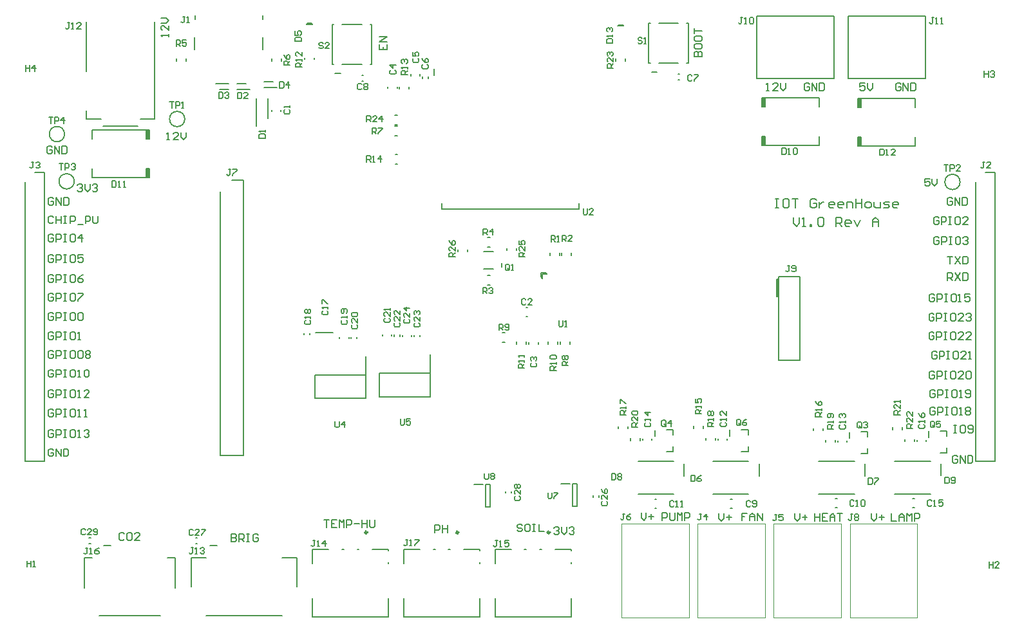
<source format=gto>
G04*
G04 #@! TF.GenerationSoftware,Altium Limited,Altium Designer,22.8.2 (66)*
G04*
G04 Layer_Color=65535*
%FSAX25Y25*%
%MOIN*%
G70*
G04*
G04 #@! TF.SameCoordinates,CD0932C5-B174-4F7F-AF8C-C675B02BC22C*
G04*
G04*
G04 #@! TF.FilePolarity,Positive*
G04*
G01*
G75*
%ADD10C,0.01181*%
%ADD11C,0.00500*%
%ADD12C,0.00787*%
%ADD13C,0.00394*%
%ADD14R,0.00900X0.08700*%
%ADD15R,0.01760X0.04469*%
D10*
X0567607Y0770374D02*
G03*
X0567607Y0770374I-0000591J0000000D01*
G01*
X0614851D02*
G03*
X0614851Y0770374I-0000591J0000000D01*
G01*
X0662095D02*
G03*
X0662095Y0770374I-0000591J0000000D01*
G01*
D11*
X0473154Y0984608D02*
G03*
X0473154Y0984608I-0003937J0000000D01*
G01*
X0410954Y0976808D02*
G03*
X0410954Y0976808I-0003937J0000000D01*
G01*
X0415954Y0952308D02*
G03*
X0415954Y0952308I-0003937J0000000D01*
G01*
X0874454Y0952008D02*
G03*
X0874454Y0952008I-0003937J0000000D01*
G01*
X0602117Y1007108D02*
Y1010708D01*
X0779678Y0901488D02*
X0780678D01*
X0780578Y0892688D02*
X0780678Y0892788D01*
X0779678Y0892688D02*
X0780578D01*
X0779678D02*
Y0901388D01*
X0780678Y0902972D02*
X0791406D01*
X0780678Y0859626D02*
Y0902972D01*
Y0859626D02*
X0791406D01*
Y0902972D01*
X0497568Y0952972D02*
X0503473D01*
Y0810177D02*
Y0952972D01*
X0491662Y0810177D02*
X0503473D01*
X0491662D02*
Y0946988D01*
X0628836Y0783760D02*
Y0795256D01*
Y0783760D02*
X0631198D01*
Y0795256D01*
X0628836D02*
X0631198D01*
X0622734Y0795315D02*
X0627458D01*
X0573828Y0852951D02*
X0600217D01*
X0573828Y0840746D02*
X0600206D01*
Y0852951D01*
X0573828Y0840746D02*
Y0852951D01*
X0600217D02*
Y0862649D01*
X0614417Y0915827D02*
Y0917008D01*
X0619417Y0915827D02*
Y0917008D01*
X0639817Y0916527D02*
Y0917708D01*
X0644817Y0916527D02*
Y0917708D01*
X0637217Y0907808D02*
Y0909908D01*
X0627937Y0915935D02*
X0632898D01*
X0627937Y0906880D02*
X0632898D01*
X0484142Y0727264D02*
X0523512D01*
X0531190Y0742224D02*
Y0757185D01*
X0476465Y0742224D02*
Y0757185D01*
X0523512D02*
X0531190D01*
X0476465D02*
X0484142D01*
X0486327Y0763724D02*
X0489827D01*
X0539260Y0726673D02*
X0578631D01*
X0539260Y0754134D02*
Y0761713D01*
Y0726673D02*
Y0736220D01*
X0570264Y0761713D02*
X0578631D01*
X0562390D02*
X0563375D01*
X0554516D02*
X0555501D01*
X0539260D02*
X0547627D01*
X0578631Y0761024D02*
Y0761713D01*
Y0754134D02*
Y0754921D01*
Y0726673D02*
Y0736220D01*
X0586505Y0726673D02*
X0625875D01*
X0586505Y0754134D02*
Y0761713D01*
Y0726673D02*
Y0736220D01*
X0617509Y0761713D02*
X0625875D01*
X0609634D02*
X0610619D01*
X0601760D02*
X0602745D01*
X0586505D02*
X0594871D01*
X0625875Y0761024D02*
Y0761713D01*
Y0754134D02*
Y0754921D01*
Y0726673D02*
Y0736220D01*
X0633749Y0726673D02*
X0673119D01*
X0633749Y0754134D02*
Y0761713D01*
Y0726673D02*
Y0736220D01*
X0664753Y0761713D02*
X0673119D01*
X0656879D02*
X0657863D01*
X0649005D02*
X0649989D01*
X0633749D02*
X0642115D01*
X0673119Y0761024D02*
Y0761713D01*
Y0754134D02*
Y0754921D01*
Y0726673D02*
Y0736220D01*
X0687417Y0788720D02*
Y0789508D01*
X0684417Y0788708D02*
Y0789495D01*
X0673936Y0783960D02*
Y0795456D01*
Y0783960D02*
X0676298D01*
Y0795456D01*
X0673936D02*
X0676298D01*
X0667834Y0795515D02*
X0672558D01*
X0581886Y0981708D02*
X0583068D01*
X0581886Y0986708D02*
X0583068D01*
X0581886Y0975945D02*
X0583068D01*
X0581886Y0980945D02*
X0583068D01*
X0514255Y1000833D02*
X0520810D01*
X0514255Y1003983D02*
X0518979D01*
X0489224Y1003083D02*
X0495779D01*
X0491055Y0999933D02*
X0495779D01*
X0500255D02*
X0506810D01*
X0500255Y1003083D02*
X0504979D01*
X0516368Y0984793D02*
Y0995423D01*
X0510266Y0981053D02*
Y0995423D01*
X0606190Y0938090D02*
Y0941043D01*
Y0938090D02*
X0677056D01*
Y0941043D01*
X0478717Y0767508D02*
X0479505D01*
X0478730Y0764508D02*
X0479517D01*
X0423617Y0767508D02*
X0424405D01*
X0423630Y0764508D02*
X0424417D01*
X0639317Y0790908D02*
Y0791695D01*
X0642317Y0790920D02*
Y0791708D01*
X0431172Y0763724D02*
X0434772D01*
X0429024Y0727264D02*
X0460520D01*
X0421347Y0741437D02*
Y0757185D01*
X0468197Y0741437D02*
Y0757185D01*
X0464260D02*
X0468197D01*
X0421347D02*
X0425284D01*
X0518117Y0988520D02*
Y0989308D01*
X0522917Y0988520D02*
Y0989308D01*
X0637654Y0874039D02*
X0638835D01*
X0637654Y0869039D02*
X0638835D01*
X0644854Y0868039D02*
Y0869220D01*
X0649854Y0868039D02*
Y0869220D01*
X0656154Y0868039D02*
Y0868827D01*
X0651354Y0868039D02*
Y0868827D01*
X0666154Y0868058D02*
Y0869239D01*
X0661154Y0868058D02*
Y0869239D01*
X0672454Y0868058D02*
Y0869239D01*
X0667454Y0868058D02*
Y0869239D01*
X0673354Y0913958D02*
Y0915139D01*
X0668354Y0913958D02*
Y0915139D01*
X0667254Y0913958D02*
Y0915139D01*
X0662254Y0913958D02*
Y0915139D01*
X0649817Y0882108D02*
X0650605D01*
X0649817Y0886908D02*
X0650605D01*
X0629936Y0918208D02*
X0631117D01*
X0629936Y0923208D02*
X0631117D01*
X0629868Y0903708D02*
X0631049D01*
X0629868Y0898708D02*
X0631049D01*
X0564717Y1007308D02*
X0565505D01*
X0564730Y1004308D02*
X0565517D01*
X0728517Y1007808D02*
X0729305D01*
X0728530Y1004808D02*
X0729317D01*
X0582068Y0966181D02*
X0583249D01*
X0582068Y0961181D02*
X0583249D01*
X0589217Y1000227D02*
Y1001408D01*
X0584217Y1000227D02*
Y1001408D01*
X0578317Y1000520D02*
Y1001308D01*
X0583117Y1000520D02*
Y1001308D01*
X0596217Y1005708D02*
Y1006495D01*
X0599217Y1005720D02*
Y1006508D01*
X0590217Y1007020D02*
Y1007808D01*
X0595017Y1007020D02*
Y1007808D01*
X0540117Y1015508D02*
Y1016295D01*
X0535317Y1015508D02*
Y1016295D01*
X0536117Y1033757D02*
X0539117D01*
X0536117D02*
X0536617Y1034257D01*
X0538617D02*
X0539117Y1033757D01*
X0536617Y1034257D02*
X0538617D01*
X0696217Y1014708D02*
Y1015889D01*
X0701217Y1014708D02*
Y1015889D01*
X0697217Y1032908D02*
X0700217D01*
X0697217D02*
X0697717Y1033408D01*
X0699717D02*
X0700217Y1032908D01*
X0697717Y1033408D02*
X0699717D01*
X0591717Y0871949D02*
Y0872736D01*
X0594717Y0871961D02*
Y0872749D01*
X0585817Y0871961D02*
Y0872749D01*
X0590617Y0871961D02*
Y0872749D01*
X0581517Y0872049D02*
Y0872836D01*
X0584517Y0872061D02*
Y0872849D01*
X0575517Y0872161D02*
Y0872949D01*
X0580317Y0872161D02*
Y0872949D01*
X0559260Y0870949D02*
Y0871736D01*
X0562260Y0870961D02*
Y0871749D01*
X0553260Y0870961D02*
Y0871749D01*
X0558060Y0870961D02*
Y0871749D01*
X0523117Y1014727D02*
Y1015908D01*
X0518117Y1014727D02*
Y1015908D01*
X0473717Y1014727D02*
Y1015908D01*
X0468717Y1014727D02*
Y1015908D01*
X0534960Y0872949D02*
Y0873736D01*
X0537960Y0872961D02*
Y0873749D01*
X0540732Y0873849D02*
X0549787D01*
X0566960Y0852051D02*
Y0861749D01*
X0540571Y0839846D02*
Y0852051D01*
X0566949Y0839846D02*
Y0852051D01*
X0540571Y0839846D02*
X0566949D01*
X0540571Y0852051D02*
X0566960D01*
X0658354Y0901939D02*
Y0904139D01*
X0660654D01*
X0657454Y0902839D02*
Y0905039D01*
X0659754D01*
X0660654Y0904139D01*
X0657454Y0902839D02*
X0658354Y0901939D01*
X0844417Y0823627D02*
Y0824808D01*
X0839417Y0823627D02*
Y0824808D01*
X0845817Y0817508D02*
Y0818689D01*
X0850817Y0817508D02*
Y0818689D01*
X0857017Y0817608D02*
Y0818395D01*
X0852217Y0817608D02*
Y0818395D01*
X0858217Y0819708D02*
Y0822808D01*
X0864212Y0811560D02*
X0867676D01*
Y0814355D01*
X0864212Y0823056D02*
X0867676D01*
Y0820261D02*
Y0823056D01*
X0803517Y0823227D02*
Y0824408D01*
X0798517Y0823227D02*
Y0824408D01*
X0804817Y0817208D02*
Y0818389D01*
X0809817Y0817208D02*
Y0818389D01*
X0815917Y0817308D02*
Y0818095D01*
X0811117Y0817308D02*
Y0818095D01*
X0817217Y0819308D02*
Y0822408D01*
X0823212Y0811160D02*
X0826676D01*
Y0813955D01*
X0823212Y0822656D02*
X0826676D01*
Y0819860D02*
Y0822656D01*
X0741417Y0824276D02*
Y0825457D01*
X0736417Y0824276D02*
Y0825457D01*
X0742717Y0818208D02*
Y0819389D01*
X0747717Y0818208D02*
Y0819389D01*
X0754017Y0818308D02*
Y0819095D01*
X0749217Y0818308D02*
Y0819095D01*
X0755317Y0820408D02*
Y0823508D01*
X0761312Y0812260D02*
X0764776D01*
Y0815055D01*
X0761312Y0823756D02*
X0764776D01*
Y0820961D02*
Y0823756D01*
X0703717Y0818008D02*
Y0819189D01*
X0708717Y0818008D02*
Y0819189D01*
X0702417Y0824227D02*
Y0825408D01*
X0697417Y0824227D02*
Y0825408D01*
X0715017Y0818208D02*
Y0818995D01*
X0710217Y0818208D02*
Y0818995D01*
X0716517Y0820308D02*
Y0823408D01*
X0722512Y0812160D02*
X0725976D01*
Y0814955D01*
X0722512Y0823656D02*
X0725976D01*
Y0820860D02*
Y0823656D01*
X0731629Y0799701D02*
Y0806001D01*
X0707737Y0807165D02*
X0726241D01*
X0707737Y0790236D02*
X0726241D01*
X0716530Y0787708D02*
X0717317D01*
X0716530Y0782908D02*
X0717317D01*
X0770429Y0799701D02*
Y0806001D01*
X0746537Y0807165D02*
X0765041D01*
X0746537Y0790236D02*
X0765041D01*
X0755630Y0787708D02*
X0756417D01*
X0755630Y0782908D02*
X0756417D01*
X0810030Y0788008D02*
X0810817D01*
X0810030Y0783208D02*
X0810817D01*
X0825229Y0799701D02*
Y0806001D01*
X0801337Y0807165D02*
X0819841D01*
X0801337Y0790236D02*
X0819841D01*
X0864529Y0799801D02*
Y0806101D01*
X0840637Y0807265D02*
X0859141D01*
X0840637Y0790336D02*
X0859141D01*
X0849930Y0788008D02*
X0850717D01*
X0849930Y0783208D02*
X0850717D01*
X0821461Y0970664D02*
X0823221D01*
X0821461D02*
Y0975132D01*
X0823221D01*
X0821461Y0990683D02*
X0823221D01*
X0821461D02*
Y0995152D01*
X0823221D01*
Y0990683D02*
Y0995152D01*
Y0970664D02*
Y0975132D01*
Y0970664D02*
X0851213D01*
Y0990683D02*
Y0995152D01*
Y0970664D02*
Y0975132D01*
X0823221Y0995152D02*
X0851213D01*
X0771861Y0971064D02*
X0773621D01*
X0771861D02*
Y0975532D01*
X0773621D01*
X0771861Y0991083D02*
X0773621D01*
X0771861D02*
Y0995552D01*
X0773621D01*
Y0991083D02*
Y0995552D01*
Y0971064D02*
Y0975532D01*
Y0971064D02*
X0801613D01*
Y0991083D02*
Y0995552D01*
Y0971064D02*
Y0975532D01*
X0773621Y0995552D02*
X0801613D01*
X0453113Y0978852D02*
X0454873D01*
Y0974383D02*
Y0978852D01*
X0453113Y0974383D02*
X0454873D01*
X0453113Y0958832D02*
X0454873D01*
Y0954364D02*
Y0958832D01*
X0453113Y0954364D02*
X0454873D01*
X0453113D02*
Y0958832D01*
Y0974383D02*
Y0978852D01*
X0425121D02*
X0453113D01*
X0425121Y0954364D02*
Y0958832D01*
Y0974383D02*
Y0978852D01*
Y0954364D02*
X0453113D01*
X0713298Y1034155D02*
X0714085D01*
X0713298Y1013683D02*
Y1034155D01*
Y1013683D02*
X0714085D01*
X0732982Y1034155D02*
X0733770D01*
Y1013683D02*
Y1034155D01*
X0732982Y1013683D02*
X0733770D01*
X0718416Y1034155D02*
X0728652D01*
X0718416Y1013683D02*
X0728652D01*
X0714834Y1009019D02*
X0717534D01*
X0549481Y1033444D02*
X0550268D01*
X0549481Y1012971D02*
Y1033444D01*
Y1012971D02*
X0550268D01*
X0569166Y1033444D02*
X0569953D01*
Y1012971D02*
Y1033444D01*
X0569166Y1012971D02*
X0569953D01*
X0554599Y1033444D02*
X0564835D01*
X0554599Y1012971D02*
X0564835D01*
X0551017Y1008308D02*
X0553717D01*
X0478355Y1020531D02*
Y1026791D01*
X0478417Y1038208D02*
X0478455Y1036397D01*
X0513552Y1020531D02*
Y1026791D01*
X0513517Y1038208D02*
X0513552Y1036397D01*
X0457568Y0984547D02*
Y1034855D01*
X0422134Y0984547D02*
Y0989075D01*
X0450284Y0984547D02*
X0457568D01*
X0422133Y1035055D02*
X0422134Y1009153D01*
Y0984547D02*
X0429812D01*
X0430951Y0980894D02*
X0448951D01*
X0769171Y1038028D02*
X0809171D01*
Y1005745D02*
Y1038028D01*
X0769171Y1005745D02*
X0809171D01*
X0769171D02*
Y1038028D01*
X0816415D02*
X0856415D01*
Y1005745D02*
Y1038028D01*
X0816415Y1005745D02*
X0856415D01*
X0816415D02*
Y1038028D01*
D12*
X0390560Y0807188D02*
Y0951988D01*
Y0807188D02*
X0400560D01*
Y0956988D01*
X0395560D02*
X0400560D01*
X0882686Y0807188D02*
Y0951988D01*
Y0807188D02*
X0892686D01*
Y0956988D01*
X0887686D02*
X0892686D01*
X0405128Y0813075D02*
X0404472Y0813731D01*
X0403160D01*
X0402505Y0813075D01*
Y0810451D01*
X0403160Y0809795D01*
X0404472D01*
X0405128Y0810451D01*
Y0811763D01*
X0403817D01*
X0406440Y0809795D02*
Y0813731D01*
X0409064Y0809795D01*
Y0813731D01*
X0410376D02*
Y0809795D01*
X0412344D01*
X0413000Y0810451D01*
Y0813075D01*
X0412344Y0813731D01*
X0410376D01*
X0786292Y0908682D02*
X0785243D01*
X0785768D01*
Y0906058D01*
X0785243Y0905534D01*
X0784718D01*
X0784193Y0906058D01*
X0787342D02*
X0787867Y0905534D01*
X0788916D01*
X0789441Y0906058D01*
Y0908157D01*
X0788916Y0908682D01*
X0787867D01*
X0787342Y0908157D01*
Y0907633D01*
X0787867Y0907108D01*
X0789441D01*
X0496992Y0958582D02*
X0495943D01*
X0496468D01*
Y0955958D01*
X0495943Y0955433D01*
X0495418D01*
X0494893Y0955958D01*
X0498042Y0958582D02*
X0500141D01*
Y0958057D01*
X0498042Y0955958D01*
Y0955433D01*
X0870428Y0943175D02*
X0869772Y0943831D01*
X0868460D01*
X0867805Y0943175D01*
Y0940551D01*
X0868460Y0939895D01*
X0869772D01*
X0870428Y0940551D01*
Y0941863D01*
X0869116D01*
X0871740Y0939895D02*
Y0943831D01*
X0874364Y0939895D01*
Y0943831D01*
X0875676D02*
Y0939895D01*
X0877644D01*
X0878300Y0940551D01*
Y0943175D01*
X0877644Y0943831D01*
X0875676D01*
X0863428Y0933375D02*
X0862772Y0934031D01*
X0861460D01*
X0860805Y0933375D01*
Y0930751D01*
X0861460Y0930095D01*
X0862772D01*
X0863428Y0930751D01*
Y0932063D01*
X0862117D01*
X0864740Y0930095D02*
Y0934031D01*
X0866708D01*
X0867364Y0933375D01*
Y0932063D01*
X0866708Y0931407D01*
X0864740D01*
X0868676Y0934031D02*
X0869988D01*
X0869332D01*
Y0930095D01*
X0868676D01*
X0869988D01*
X0873924Y0934031D02*
X0872612D01*
X0871956Y0933375D01*
Y0930751D01*
X0872612Y0930095D01*
X0873924D01*
X0874580Y0930751D01*
Y0933375D01*
X0873924Y0934031D01*
X0878515Y0930095D02*
X0875892D01*
X0878515Y0932719D01*
Y0933375D01*
X0877859Y0934031D01*
X0876548D01*
X0875892Y0933375D01*
X0863528Y0922875D02*
X0862872Y0923531D01*
X0861561D01*
X0860905Y0922875D01*
Y0920251D01*
X0861561Y0919595D01*
X0862872D01*
X0863528Y0920251D01*
Y0921563D01*
X0862216D01*
X0864840Y0919595D02*
Y0923531D01*
X0866808D01*
X0867464Y0922875D01*
Y0921563D01*
X0866808Y0920907D01*
X0864840D01*
X0868776Y0923531D02*
X0870088D01*
X0869432D01*
Y0919595D01*
X0868776D01*
X0870088D01*
X0874024Y0923531D02*
X0872712D01*
X0872056Y0922875D01*
Y0920251D01*
X0872712Y0919595D01*
X0874024D01*
X0874680Y0920251D01*
Y0922875D01*
X0874024Y0923531D01*
X0875992Y0922875D02*
X0876647Y0923531D01*
X0877959D01*
X0878615Y0922875D01*
Y0922219D01*
X0877959Y0921563D01*
X0877304D01*
X0877959D01*
X0878615Y0920907D01*
Y0920251D01*
X0877959Y0919595D01*
X0876647D01*
X0875992Y0920251D01*
X0867905Y0913431D02*
X0870528D01*
X0869217D01*
Y0909495D01*
X0871840Y0913431D02*
X0874464Y0909495D01*
Y0913431D02*
X0871840Y0909495D01*
X0875776Y0913431D02*
Y0909495D01*
X0877744D01*
X0878400Y0910151D01*
Y0912775D01*
X0877744Y0913431D01*
X0875776D01*
X0867905Y0900995D02*
Y0904931D01*
X0869872D01*
X0870528Y0904275D01*
Y0902963D01*
X0869872Y0902307D01*
X0867905D01*
X0869217D02*
X0870528Y0900995D01*
X0871840Y0904931D02*
X0874464Y0900995D01*
Y0904931D02*
X0871840Y0900995D01*
X0875776Y0904931D02*
Y0900995D01*
X0877744D01*
X0878400Y0901651D01*
Y0904275D01*
X0877744Y0904931D01*
X0875776D01*
X0861228Y0893375D02*
X0860572Y0894031D01*
X0859260D01*
X0858605Y0893375D01*
Y0890751D01*
X0859260Y0890095D01*
X0860572D01*
X0861228Y0890751D01*
Y0892063D01*
X0859916D01*
X0862540Y0890095D02*
Y0894031D01*
X0864508D01*
X0865164Y0893375D01*
Y0892063D01*
X0864508Y0891407D01*
X0862540D01*
X0866476Y0894031D02*
X0867788D01*
X0867132D01*
Y0890095D01*
X0866476D01*
X0867788D01*
X0871724Y0894031D02*
X0870412D01*
X0869756Y0893375D01*
Y0890751D01*
X0870412Y0890095D01*
X0871724D01*
X0872380Y0890751D01*
Y0893375D01*
X0871724Y0894031D01*
X0873692Y0890095D02*
X0875004D01*
X0874347D01*
Y0894031D01*
X0873692Y0893375D01*
X0879595Y0894031D02*
X0876971D01*
Y0892063D01*
X0878283Y0892719D01*
X0878939D01*
X0879595Y0892063D01*
Y0890751D01*
X0878939Y0890095D01*
X0877627D01*
X0876971Y0890751D01*
X0861028Y0883375D02*
X0860372Y0884031D01*
X0859060D01*
X0858405Y0883375D01*
Y0880751D01*
X0859060Y0880095D01*
X0860372D01*
X0861028Y0880751D01*
Y0882063D01*
X0859717D01*
X0862340Y0880095D02*
Y0884031D01*
X0864308D01*
X0864964Y0883375D01*
Y0882063D01*
X0864308Y0881407D01*
X0862340D01*
X0866276Y0884031D02*
X0867588D01*
X0866932D01*
Y0880095D01*
X0866276D01*
X0867588D01*
X0871524Y0884031D02*
X0870212D01*
X0869556Y0883375D01*
Y0880751D01*
X0870212Y0880095D01*
X0871524D01*
X0872180Y0880751D01*
Y0883375D01*
X0871524Y0884031D01*
X0876115Y0880095D02*
X0873492D01*
X0876115Y0882719D01*
Y0883375D01*
X0875459Y0884031D01*
X0874148D01*
X0873492Y0883375D01*
X0877427D02*
X0878083Y0884031D01*
X0879395D01*
X0880051Y0883375D01*
Y0882719D01*
X0879395Y0882063D01*
X0878739D01*
X0879395D01*
X0880051Y0881407D01*
Y0880751D01*
X0879395Y0880095D01*
X0878083D01*
X0877427Y0880751D01*
X0861028Y0873575D02*
X0860372Y0874231D01*
X0859060D01*
X0858405Y0873575D01*
Y0870951D01*
X0859060Y0870295D01*
X0860372D01*
X0861028Y0870951D01*
Y0872263D01*
X0859717D01*
X0862340Y0870295D02*
Y0874231D01*
X0864308D01*
X0864964Y0873575D01*
Y0872263D01*
X0864308Y0871607D01*
X0862340D01*
X0866276Y0874231D02*
X0867588D01*
X0866932D01*
Y0870295D01*
X0866276D01*
X0867588D01*
X0871524Y0874231D02*
X0870212D01*
X0869556Y0873575D01*
Y0870951D01*
X0870212Y0870295D01*
X0871524D01*
X0872180Y0870951D01*
Y0873575D01*
X0871524Y0874231D01*
X0876115Y0870295D02*
X0873492D01*
X0876115Y0872919D01*
Y0873575D01*
X0875459Y0874231D01*
X0874148D01*
X0873492Y0873575D01*
X0880051Y0870295D02*
X0877427D01*
X0880051Y0872919D01*
Y0873575D01*
X0879395Y0874231D01*
X0878083D01*
X0877427Y0873575D01*
X0862428Y0863675D02*
X0861772Y0864331D01*
X0860460D01*
X0859805Y0863675D01*
Y0861051D01*
X0860460Y0860395D01*
X0861772D01*
X0862428Y0861051D01*
Y0862363D01*
X0861117D01*
X0863740Y0860395D02*
Y0864331D01*
X0865708D01*
X0866364Y0863675D01*
Y0862363D01*
X0865708Y0861707D01*
X0863740D01*
X0867676Y0864331D02*
X0868988D01*
X0868332D01*
Y0860395D01*
X0867676D01*
X0868988D01*
X0872924Y0864331D02*
X0871612D01*
X0870956Y0863675D01*
Y0861051D01*
X0871612Y0860395D01*
X0872924D01*
X0873580Y0861051D01*
Y0863675D01*
X0872924Y0864331D01*
X0877515Y0860395D02*
X0874892D01*
X0877515Y0863019D01*
Y0863675D01*
X0876859Y0864331D01*
X0875548D01*
X0874892Y0863675D01*
X0878827Y0860395D02*
X0880139D01*
X0879483D01*
Y0864331D01*
X0878827Y0863675D01*
X0861128Y0853175D02*
X0860472Y0853831D01*
X0859161D01*
X0858505Y0853175D01*
Y0850551D01*
X0859161Y0849895D01*
X0860472D01*
X0861128Y0850551D01*
Y0851863D01*
X0859816D01*
X0862440Y0849895D02*
Y0853831D01*
X0864408D01*
X0865064Y0853175D01*
Y0851863D01*
X0864408Y0851207D01*
X0862440D01*
X0866376Y0853831D02*
X0867688D01*
X0867032D01*
Y0849895D01*
X0866376D01*
X0867688D01*
X0871624Y0853831D02*
X0870312D01*
X0869656Y0853175D01*
Y0850551D01*
X0870312Y0849895D01*
X0871624D01*
X0872280Y0850551D01*
Y0853175D01*
X0871624Y0853831D01*
X0876215Y0849895D02*
X0873592D01*
X0876215Y0852519D01*
Y0853175D01*
X0875559Y0853831D01*
X0874247D01*
X0873592Y0853175D01*
X0877527D02*
X0878183Y0853831D01*
X0879495D01*
X0880151Y0853175D01*
Y0850551D01*
X0879495Y0849895D01*
X0878183D01*
X0877527Y0850551D01*
Y0853175D01*
X0861628Y0843475D02*
X0860972Y0844131D01*
X0859661D01*
X0859005Y0843475D01*
Y0840851D01*
X0859661Y0840195D01*
X0860972D01*
X0861628Y0840851D01*
Y0842163D01*
X0860316D01*
X0862940Y0840195D02*
Y0844131D01*
X0864908D01*
X0865564Y0843475D01*
Y0842163D01*
X0864908Y0841507D01*
X0862940D01*
X0866876Y0844131D02*
X0868188D01*
X0867532D01*
Y0840195D01*
X0866876D01*
X0868188D01*
X0872124Y0844131D02*
X0870812D01*
X0870156Y0843475D01*
Y0840851D01*
X0870812Y0840195D01*
X0872124D01*
X0872780Y0840851D01*
Y0843475D01*
X0872124Y0844131D01*
X0874092Y0840195D02*
X0875403D01*
X0874747D01*
Y0844131D01*
X0874092Y0843475D01*
X0877371Y0840851D02*
X0878027Y0840195D01*
X0879339D01*
X0879995Y0840851D01*
Y0843475D01*
X0879339Y0844131D01*
X0878027D01*
X0877371Y0843475D01*
Y0842819D01*
X0878027Y0842163D01*
X0879995D01*
X0861628Y0834575D02*
X0860972Y0835231D01*
X0859661D01*
X0859005Y0834575D01*
Y0831951D01*
X0859661Y0831295D01*
X0860972D01*
X0861628Y0831951D01*
Y0833263D01*
X0860316D01*
X0862940Y0831295D02*
Y0835231D01*
X0864908D01*
X0865564Y0834575D01*
Y0833263D01*
X0864908Y0832607D01*
X0862940D01*
X0866876Y0835231D02*
X0868188D01*
X0867532D01*
Y0831295D01*
X0866876D01*
X0868188D01*
X0872124Y0835231D02*
X0870812D01*
X0870156Y0834575D01*
Y0831951D01*
X0870812Y0831295D01*
X0872124D01*
X0872780Y0831951D01*
Y0834575D01*
X0872124Y0835231D01*
X0874092Y0831295D02*
X0875403D01*
X0874747D01*
Y0835231D01*
X0874092Y0834575D01*
X0877371D02*
X0878027Y0835231D01*
X0879339D01*
X0879995Y0834575D01*
Y0833919D01*
X0879339Y0833263D01*
X0879995Y0832607D01*
Y0831951D01*
X0879339Y0831295D01*
X0878027D01*
X0877371Y0831951D01*
Y0832607D01*
X0878027Y0833263D01*
X0877371Y0833919D01*
Y0834575D01*
X0878027Y0833263D02*
X0879339D01*
X0871305Y0825831D02*
X0872616D01*
X0871961D01*
Y0821895D01*
X0871305D01*
X0872616D01*
X0876552Y0825831D02*
X0875240D01*
X0874584Y0825175D01*
Y0822551D01*
X0875240Y0821895D01*
X0876552D01*
X0877208Y0822551D01*
Y0825175D01*
X0876552Y0825831D01*
X0878520Y0822551D02*
X0879176Y0821895D01*
X0880488D01*
X0881144Y0822551D01*
Y0825175D01*
X0880488Y0825831D01*
X0879176D01*
X0878520Y0825175D01*
Y0824519D01*
X0879176Y0823863D01*
X0881144D01*
X0405328Y0943375D02*
X0404672Y0944031D01*
X0403361D01*
X0402705Y0943375D01*
Y0940751D01*
X0403361Y0940095D01*
X0404672D01*
X0405328Y0940751D01*
Y0942063D01*
X0404016D01*
X0406640Y0940095D02*
Y0944031D01*
X0409264Y0940095D01*
Y0944031D01*
X0410576D02*
Y0940095D01*
X0412544D01*
X0413200Y0940751D01*
Y0943375D01*
X0412544Y0944031D01*
X0410576D01*
X0405328Y0933731D02*
X0404672Y0934387D01*
X0403361D01*
X0402705Y0933731D01*
Y0931107D01*
X0403361Y0930451D01*
X0404672D01*
X0405328Y0931107D01*
X0406640Y0934387D02*
Y0930451D01*
Y0932419D01*
X0409264D01*
Y0934387D01*
Y0930451D01*
X0410576Y0934387D02*
X0411888D01*
X0411232D01*
Y0930451D01*
X0410576D01*
X0411888D01*
X0413856D02*
Y0934387D01*
X0415824D01*
X0416480Y0933731D01*
Y0932419D01*
X0415824Y0931763D01*
X0413856D01*
X0417792Y0929795D02*
X0420415D01*
X0421727Y0930451D02*
Y0934387D01*
X0423695D01*
X0424351Y0933731D01*
Y0932419D01*
X0423695Y0931763D01*
X0421727D01*
X0425663Y0934387D02*
Y0931107D01*
X0426319Y0930451D01*
X0427631D01*
X0428287Y0931107D01*
Y0934387D01*
X0405328Y0924175D02*
X0404672Y0924831D01*
X0403361D01*
X0402705Y0924175D01*
Y0921551D01*
X0403361Y0920895D01*
X0404672D01*
X0405328Y0921551D01*
Y0922863D01*
X0404016D01*
X0406640Y0920895D02*
Y0924831D01*
X0408608D01*
X0409264Y0924175D01*
Y0922863D01*
X0408608Y0922207D01*
X0406640D01*
X0410576Y0924831D02*
X0411888D01*
X0411232D01*
Y0920895D01*
X0410576D01*
X0411888D01*
X0415824Y0924831D02*
X0414512D01*
X0413856Y0924175D01*
Y0921551D01*
X0414512Y0920895D01*
X0415824D01*
X0416480Y0921551D01*
Y0924175D01*
X0415824Y0924831D01*
X0419759Y0920895D02*
Y0924831D01*
X0417792Y0922863D01*
X0420415D01*
X0405328Y0913675D02*
X0404672Y0914331D01*
X0403361D01*
X0402705Y0913675D01*
Y0911051D01*
X0403361Y0910395D01*
X0404672D01*
X0405328Y0911051D01*
Y0912363D01*
X0404016D01*
X0406640Y0910395D02*
Y0914331D01*
X0408608D01*
X0409264Y0913675D01*
Y0912363D01*
X0408608Y0911707D01*
X0406640D01*
X0410576Y0914331D02*
X0411888D01*
X0411232D01*
Y0910395D01*
X0410576D01*
X0411888D01*
X0415824Y0914331D02*
X0414512D01*
X0413856Y0913675D01*
Y0911051D01*
X0414512Y0910395D01*
X0415824D01*
X0416480Y0911051D01*
Y0913675D01*
X0415824Y0914331D01*
X0420415D02*
X0417792D01*
Y0912363D01*
X0419103Y0913019D01*
X0419759D01*
X0420415Y0912363D01*
Y0911051D01*
X0419759Y0910395D01*
X0418447D01*
X0417792Y0911051D01*
X0405328Y0903375D02*
X0404672Y0904031D01*
X0403361D01*
X0402705Y0903375D01*
Y0900751D01*
X0403361Y0900095D01*
X0404672D01*
X0405328Y0900751D01*
Y0902063D01*
X0404016D01*
X0406640Y0900095D02*
Y0904031D01*
X0408608D01*
X0409264Y0903375D01*
Y0902063D01*
X0408608Y0901407D01*
X0406640D01*
X0410576Y0904031D02*
X0411888D01*
X0411232D01*
Y0900095D01*
X0410576D01*
X0411888D01*
X0415824Y0904031D02*
X0414512D01*
X0413856Y0903375D01*
Y0900751D01*
X0414512Y0900095D01*
X0415824D01*
X0416480Y0900751D01*
Y0903375D01*
X0415824Y0904031D01*
X0420415D02*
X0419103Y0903375D01*
X0417792Y0902063D01*
Y0900751D01*
X0418447Y0900095D01*
X0419759D01*
X0420415Y0900751D01*
Y0901407D01*
X0419759Y0902063D01*
X0417792D01*
X0405328Y0893575D02*
X0404672Y0894231D01*
X0403361D01*
X0402705Y0893575D01*
Y0890951D01*
X0403361Y0890295D01*
X0404672D01*
X0405328Y0890951D01*
Y0892263D01*
X0404016D01*
X0406640Y0890295D02*
Y0894231D01*
X0408608D01*
X0409264Y0893575D01*
Y0892263D01*
X0408608Y0891607D01*
X0406640D01*
X0410576Y0894231D02*
X0411888D01*
X0411232D01*
Y0890295D01*
X0410576D01*
X0411888D01*
X0415824Y0894231D02*
X0414512D01*
X0413856Y0893575D01*
Y0890951D01*
X0414512Y0890295D01*
X0415824D01*
X0416480Y0890951D01*
Y0893575D01*
X0415824Y0894231D01*
X0417792D02*
X0420415D01*
Y0893575D01*
X0417792Y0890951D01*
Y0890295D01*
X0405328Y0883575D02*
X0404672Y0884231D01*
X0403361D01*
X0402705Y0883575D01*
Y0880951D01*
X0403361Y0880295D01*
X0404672D01*
X0405328Y0880951D01*
Y0882263D01*
X0404016D01*
X0406640Y0880295D02*
Y0884231D01*
X0408608D01*
X0409264Y0883575D01*
Y0882263D01*
X0408608Y0881607D01*
X0406640D01*
X0410576Y0884231D02*
X0411888D01*
X0411232D01*
Y0880295D01*
X0410576D01*
X0411888D01*
X0415824Y0884231D02*
X0414512D01*
X0413856Y0883575D01*
Y0880951D01*
X0414512Y0880295D01*
X0415824D01*
X0416480Y0880951D01*
Y0883575D01*
X0415824Y0884231D01*
X0417792Y0883575D02*
X0418447Y0884231D01*
X0419759D01*
X0420415Y0883575D01*
Y0880951D01*
X0419759Y0880295D01*
X0418447D01*
X0417792Y0880951D01*
Y0883575D01*
X0405328Y0873675D02*
X0404672Y0874331D01*
X0403361D01*
X0402705Y0873675D01*
Y0871051D01*
X0403361Y0870395D01*
X0404672D01*
X0405328Y0871051D01*
Y0872363D01*
X0404016D01*
X0406640Y0870395D02*
Y0874331D01*
X0408608D01*
X0409264Y0873675D01*
Y0872363D01*
X0408608Y0871707D01*
X0406640D01*
X0410576Y0874331D02*
X0411888D01*
X0411232D01*
Y0870395D01*
X0410576D01*
X0411888D01*
X0415824Y0874331D02*
X0414512D01*
X0413856Y0873675D01*
Y0871051D01*
X0414512Y0870395D01*
X0415824D01*
X0416480Y0871051D01*
Y0873675D01*
X0415824Y0874331D01*
X0417792Y0870395D02*
X0419103D01*
X0418447D01*
Y0874331D01*
X0417792Y0873675D01*
X0405328Y0863875D02*
X0404672Y0864531D01*
X0403361D01*
X0402705Y0863875D01*
Y0861251D01*
X0403361Y0860595D01*
X0404672D01*
X0405328Y0861251D01*
Y0862563D01*
X0404016D01*
X0406640Y0860595D02*
Y0864531D01*
X0408608D01*
X0409264Y0863875D01*
Y0862563D01*
X0408608Y0861907D01*
X0406640D01*
X0410576Y0864531D02*
X0411888D01*
X0411232D01*
Y0860595D01*
X0410576D01*
X0411888D01*
X0415824Y0864531D02*
X0414512D01*
X0413856Y0863875D01*
Y0861251D01*
X0414512Y0860595D01*
X0415824D01*
X0416480Y0861251D01*
Y0863875D01*
X0415824Y0864531D01*
X0417792Y0863875D02*
X0418447Y0864531D01*
X0419759D01*
X0420415Y0863875D01*
Y0861251D01*
X0419759Y0860595D01*
X0418447D01*
X0417792Y0861251D01*
Y0863875D01*
X0421727D02*
X0422383Y0864531D01*
X0423695D01*
X0424351Y0863875D01*
Y0863219D01*
X0423695Y0862563D01*
X0424351Y0861907D01*
Y0861251D01*
X0423695Y0860595D01*
X0422383D01*
X0421727Y0861251D01*
Y0861907D01*
X0422383Y0862563D01*
X0421727Y0863219D01*
Y0863875D01*
X0422383Y0862563D02*
X0423695D01*
X0405328Y0854075D02*
X0404672Y0854731D01*
X0403361D01*
X0402705Y0854075D01*
Y0851451D01*
X0403361Y0850795D01*
X0404672D01*
X0405328Y0851451D01*
Y0852763D01*
X0404016D01*
X0406640Y0850795D02*
Y0854731D01*
X0408608D01*
X0409264Y0854075D01*
Y0852763D01*
X0408608Y0852107D01*
X0406640D01*
X0410576Y0854731D02*
X0411888D01*
X0411232D01*
Y0850795D01*
X0410576D01*
X0411888D01*
X0415824Y0854731D02*
X0414512D01*
X0413856Y0854075D01*
Y0851451D01*
X0414512Y0850795D01*
X0415824D01*
X0416480Y0851451D01*
Y0854075D01*
X0415824Y0854731D01*
X0417792Y0850795D02*
X0419103D01*
X0418447D01*
Y0854731D01*
X0417792Y0854075D01*
X0421071D02*
X0421727Y0854731D01*
X0423039D01*
X0423695Y0854075D01*
Y0851451D01*
X0423039Y0850795D01*
X0421727D01*
X0421071Y0851451D01*
Y0854075D01*
X0405328Y0843575D02*
X0404672Y0844231D01*
X0403361D01*
X0402705Y0843575D01*
Y0840951D01*
X0403361Y0840295D01*
X0404672D01*
X0405328Y0840951D01*
Y0842263D01*
X0404016D01*
X0406640Y0840295D02*
Y0844231D01*
X0408608D01*
X0409264Y0843575D01*
Y0842263D01*
X0408608Y0841607D01*
X0406640D01*
X0410576Y0844231D02*
X0411888D01*
X0411232D01*
Y0840295D01*
X0410576D01*
X0411888D01*
X0415824Y0844231D02*
X0414512D01*
X0413856Y0843575D01*
Y0840951D01*
X0414512Y0840295D01*
X0415824D01*
X0416480Y0840951D01*
Y0843575D01*
X0415824Y0844231D01*
X0417792Y0840295D02*
X0419103D01*
X0418447D01*
Y0844231D01*
X0417792Y0843575D01*
X0423695Y0840295D02*
X0421071D01*
X0423695Y0842919D01*
Y0843575D01*
X0423039Y0844231D01*
X0421727D01*
X0421071Y0843575D01*
X0405328Y0833675D02*
X0404672Y0834331D01*
X0403361D01*
X0402705Y0833675D01*
Y0831051D01*
X0403361Y0830395D01*
X0404672D01*
X0405328Y0831051D01*
Y0832363D01*
X0404016D01*
X0406640Y0830395D02*
Y0834331D01*
X0408608D01*
X0409264Y0833675D01*
Y0832363D01*
X0408608Y0831707D01*
X0406640D01*
X0410576Y0834331D02*
X0411888D01*
X0411232D01*
Y0830395D01*
X0410576D01*
X0411888D01*
X0415824Y0834331D02*
X0414512D01*
X0413856Y0833675D01*
Y0831051D01*
X0414512Y0830395D01*
X0415824D01*
X0416480Y0831051D01*
Y0833675D01*
X0415824Y0834331D01*
X0417792Y0830395D02*
X0419103D01*
X0418447D01*
Y0834331D01*
X0417792Y0833675D01*
X0421071Y0830395D02*
X0422383D01*
X0421727D01*
Y0834331D01*
X0421071Y0833675D01*
X0647928Y0774075D02*
X0647272Y0774731D01*
X0645961D01*
X0645305Y0774075D01*
Y0773419D01*
X0645961Y0772763D01*
X0647272D01*
X0647928Y0772107D01*
Y0771451D01*
X0647272Y0770795D01*
X0645961D01*
X0645305Y0771451D01*
X0651208Y0774731D02*
X0649896D01*
X0649240Y0774075D01*
Y0771451D01*
X0649896Y0770795D01*
X0651208D01*
X0651864Y0771451D01*
Y0774075D01*
X0651208Y0774731D01*
X0653176D02*
X0654488D01*
X0653832D01*
Y0770795D01*
X0653176D01*
X0654488D01*
X0656456Y0774731D02*
Y0770795D01*
X0659080D01*
X0788140Y0933739D02*
Y0930590D01*
X0789714Y0929016D01*
X0791289Y0930590D01*
Y0933739D01*
X0792863Y0929016D02*
X0794437D01*
X0793650D01*
Y0933739D01*
X0792863Y0932951D01*
X0796799Y0929016D02*
Y0929803D01*
X0797586D01*
Y0929016D01*
X0796799D01*
X0800734Y0932951D02*
X0801521Y0933739D01*
X0803096D01*
X0803883Y0932951D01*
Y0929803D01*
X0803096Y0929016D01*
X0801521D01*
X0800734Y0929803D01*
Y0932951D01*
X0810180Y0929016D02*
Y0933739D01*
X0812542D01*
X0813329Y0932951D01*
Y0931377D01*
X0812542Y0930590D01*
X0810180D01*
X0811754D02*
X0813329Y0929016D01*
X0817264D02*
X0815690D01*
X0814903Y0929803D01*
Y0931377D01*
X0815690Y0932164D01*
X0817264D01*
X0818052Y0931377D01*
Y0930590D01*
X0814903D01*
X0819626Y0932164D02*
X0821200Y0929016D01*
X0822775Y0932164D01*
X0829072Y0929016D02*
Y0932164D01*
X0830646Y0933739D01*
X0832220Y0932164D01*
Y0929016D01*
Y0931377D01*
X0829072D01*
X0778840Y0943338D02*
X0780414D01*
X0779627D01*
Y0938616D01*
X0778840D01*
X0780414D01*
X0785137Y0943338D02*
X0783563D01*
X0782776Y0942551D01*
Y0939403D01*
X0783563Y0938616D01*
X0785137D01*
X0785924Y0939403D01*
Y0942551D01*
X0785137Y0943338D01*
X0787499D02*
X0790647D01*
X0789073D01*
Y0938616D01*
X0800093Y0942551D02*
X0799306Y0943338D01*
X0797731D01*
X0796944Y0942551D01*
Y0939403D01*
X0797731Y0938616D01*
X0799306D01*
X0800093Y0939403D01*
Y0940977D01*
X0798519D01*
X0801667Y0941764D02*
Y0938616D01*
Y0940190D01*
X0802454Y0940977D01*
X0803242Y0941764D01*
X0804029D01*
X0808752Y0938616D02*
X0807177D01*
X0806390Y0939403D01*
Y0940977D01*
X0807177Y0941764D01*
X0808752D01*
X0809539Y0940977D01*
Y0940190D01*
X0806390D01*
X0813474Y0938616D02*
X0811900D01*
X0811113Y0939403D01*
Y0940977D01*
X0811900Y0941764D01*
X0813474D01*
X0814262Y0940977D01*
Y0940190D01*
X0811113D01*
X0815836Y0938616D02*
Y0941764D01*
X0818197D01*
X0818985Y0940977D01*
Y0938616D01*
X0820559Y0943338D02*
Y0938616D01*
Y0940977D01*
X0823707D01*
Y0943338D01*
Y0938616D01*
X0826069D02*
X0827643D01*
X0828430Y0939403D01*
Y0940977D01*
X0827643Y0941764D01*
X0826069D01*
X0825282Y0940977D01*
Y0939403D01*
X0826069Y0938616D01*
X0830005Y0941764D02*
Y0939403D01*
X0830792Y0938616D01*
X0833153D01*
Y0941764D01*
X0834727Y0938616D02*
X0837089D01*
X0837876Y0939403D01*
X0837089Y0940190D01*
X0835515D01*
X0834727Y0940977D01*
X0835515Y0941764D01*
X0837876D01*
X0841812Y0938616D02*
X0840238D01*
X0839450Y0939403D01*
Y0940977D01*
X0840238Y0941764D01*
X0841812D01*
X0842599Y0940977D01*
Y0940190D01*
X0839450D01*
X0464005Y0973795D02*
X0465316D01*
X0464661D01*
Y0977731D01*
X0464005Y0977075D01*
X0469908Y0973795D02*
X0467284D01*
X0469908Y0976419D01*
Y0977075D01*
X0469252Y0977731D01*
X0467940D01*
X0467284Y0977075D01*
X0471220Y0977731D02*
Y0975107D01*
X0472532Y0973795D01*
X0473844Y0975107D01*
Y0977731D01*
X0404428Y0969875D02*
X0403772Y0970531D01*
X0402460D01*
X0401805Y0969875D01*
Y0967251D01*
X0402460Y0966595D01*
X0403772D01*
X0404428Y0967251D01*
Y0968563D01*
X0403117D01*
X0405740Y0966595D02*
Y0970531D01*
X0408364Y0966595D01*
Y0970531D01*
X0409676D02*
Y0966595D01*
X0411644D01*
X0412300Y0967251D01*
Y0969875D01*
X0411644Y0970531D01*
X0409676D01*
X0873128Y0809675D02*
X0872472Y0810331D01*
X0871161D01*
X0870505Y0809675D01*
Y0807051D01*
X0871161Y0806395D01*
X0872472D01*
X0873128Y0807051D01*
Y0808363D01*
X0871817D01*
X0874440Y0806395D02*
Y0810331D01*
X0877064Y0806395D01*
Y0810331D01*
X0878376D02*
Y0806395D01*
X0880344D01*
X0881000Y0807051D01*
Y0809675D01*
X0880344Y0810331D01*
X0878376D01*
X0858728Y0953731D02*
X0856105D01*
Y0951763D01*
X0857417Y0952419D01*
X0858072D01*
X0858728Y0951763D01*
Y0950451D01*
X0858072Y0949795D01*
X0856761D01*
X0856105Y0950451D01*
X0860040Y0953731D02*
Y0951107D01*
X0861352Y0949795D01*
X0862664Y0951107D01*
Y0953731D01*
X0464930Y1027195D02*
Y1028507D01*
Y1027851D01*
X0460994D01*
X0461650Y1027195D01*
X0464930Y1033099D02*
Y1030475D01*
X0462306Y1033099D01*
X0461650D01*
X0460994Y1032443D01*
Y1031131D01*
X0461650Y1030475D01*
X0460994Y1034411D02*
X0463618D01*
X0464930Y1035723D01*
X0463618Y1037035D01*
X0460994D01*
X0843728Y1002575D02*
X0843072Y1003231D01*
X0841761D01*
X0841105Y1002575D01*
Y0999951D01*
X0841761Y0999295D01*
X0843072D01*
X0843728Y0999951D01*
Y1001263D01*
X0842416D01*
X0845040Y0999295D02*
Y1003231D01*
X0847664Y0999295D01*
Y1003231D01*
X0848976D02*
Y0999295D01*
X0850944D01*
X0851600Y0999951D01*
Y1002575D01*
X0850944Y1003231D01*
X0848976D01*
X0825228Y1003331D02*
X0822605D01*
Y1001363D01*
X0823917Y1002019D01*
X0824572D01*
X0825228Y1001363D01*
Y1000051D01*
X0824572Y0999395D01*
X0823260D01*
X0822605Y1000051D01*
X0826540Y1003331D02*
Y1000707D01*
X0827852Y0999395D01*
X0829164Y1000707D01*
Y1003331D01*
X0796428Y1002475D02*
X0795772Y1003131D01*
X0794460D01*
X0793805Y1002475D01*
Y0999851D01*
X0794460Y0999195D01*
X0795772D01*
X0796428Y0999851D01*
Y1001163D01*
X0795117D01*
X0797740Y0999195D02*
Y1003131D01*
X0800364Y0999195D01*
Y1003131D01*
X0801676D02*
Y0999195D01*
X0803644D01*
X0804300Y0999851D01*
Y1002475D01*
X0803644Y1003131D01*
X0801676D01*
X0774205Y0999295D02*
X0775517D01*
X0774860D01*
Y1003231D01*
X0774205Y1002575D01*
X0780108Y0999295D02*
X0777484D01*
X0780108Y1001919D01*
Y1002575D01*
X0779452Y1003231D01*
X0778140D01*
X0777484Y1002575D01*
X0781420Y1003231D02*
Y1000607D01*
X0782732Y0999295D01*
X0784044Y1000607D01*
Y1003231D01*
X0573907Y1023195D02*
Y1020571D01*
X0577843D01*
Y1023195D01*
X0575875Y1020571D02*
Y1021883D01*
X0577843Y1024506D02*
X0573907D01*
X0577843Y1027130D01*
X0573907D01*
X0736994Y1017095D02*
X0740930D01*
Y1019063D01*
X0740274Y1019719D01*
X0739618D01*
X0738962Y1019063D01*
Y1017095D01*
Y1019063D01*
X0738306Y1019719D01*
X0737650D01*
X0736994Y1019063D01*
Y1017095D01*
Y1022999D02*
Y1021687D01*
X0737650Y1021031D01*
X0740274D01*
X0740930Y1021687D01*
Y1022999D01*
X0740274Y1023655D01*
X0737650D01*
X0736994Y1022999D01*
Y1026935D02*
Y1025623D01*
X0737650Y1024967D01*
X0740274D01*
X0740930Y1025623D01*
Y1026935D01*
X0740274Y1027590D01*
X0737650D01*
X0736994Y1026935D01*
Y1028902D02*
Y1031526D01*
Y1030214D01*
X0740930D01*
X0405328Y0822975D02*
X0404672Y0823631D01*
X0403361D01*
X0402705Y0822975D01*
Y0820351D01*
X0403361Y0819695D01*
X0404672D01*
X0405328Y0820351D01*
Y0821663D01*
X0404016D01*
X0406640Y0819695D02*
Y0823631D01*
X0408608D01*
X0409264Y0822975D01*
Y0821663D01*
X0408608Y0821007D01*
X0406640D01*
X0410576Y0823631D02*
X0411888D01*
X0411232D01*
Y0819695D01*
X0410576D01*
X0411888D01*
X0415824Y0823631D02*
X0414512D01*
X0413856Y0822975D01*
Y0820351D01*
X0414512Y0819695D01*
X0415824D01*
X0416480Y0820351D01*
Y0822975D01*
X0415824Y0823631D01*
X0417792Y0819695D02*
X0419103D01*
X0418447D01*
Y0823631D01*
X0417792Y0822975D01*
X0421071D02*
X0421727Y0823631D01*
X0423039D01*
X0423695Y0822975D01*
Y0822319D01*
X0423039Y0821663D01*
X0422383D01*
X0423039D01*
X0423695Y0821007D01*
Y0820351D01*
X0423039Y0819695D01*
X0421727D01*
X0421071Y0820351D01*
X0417505Y0950175D02*
X0418160Y0950831D01*
X0419472D01*
X0420128Y0950175D01*
Y0949519D01*
X0419472Y0948863D01*
X0418817D01*
X0419472D01*
X0420128Y0948207D01*
Y0947551D01*
X0419472Y0946895D01*
X0418160D01*
X0417505Y0947551D01*
X0421440Y0950831D02*
Y0948207D01*
X0422752Y0946895D01*
X0424064Y0948207D01*
Y0950831D01*
X0425376Y0950175D02*
X0426032Y0950831D01*
X0427344D01*
X0428000Y0950175D01*
Y0949519D01*
X0427344Y0948863D01*
X0426688D01*
X0427344D01*
X0428000Y0948207D01*
Y0947551D01*
X0427344Y0946895D01*
X0426032D01*
X0425376Y0947551D01*
X0828605Y0780231D02*
Y0777607D01*
X0829916Y0776295D01*
X0831228Y0777607D01*
Y0780231D01*
X0832540Y0778263D02*
X0835164D01*
X0833852Y0779575D02*
Y0776951D01*
X0788805Y0780331D02*
Y0777707D01*
X0790117Y0776395D01*
X0791428Y0777707D01*
Y0780331D01*
X0792740Y0778363D02*
X0795364D01*
X0794052Y0779675D02*
Y0777051D01*
X0749705Y0780231D02*
Y0777607D01*
X0751017Y0776295D01*
X0752328Y0777607D01*
Y0780231D01*
X0753640Y0778263D02*
X0756264D01*
X0754952Y0779575D02*
Y0776951D01*
X0709405Y0780531D02*
Y0777907D01*
X0710716Y0776595D01*
X0712028Y0777907D01*
Y0780531D01*
X0713340Y0778563D02*
X0715964D01*
X0714652Y0779875D02*
Y0777251D01*
X0839005Y0780331D02*
Y0776395D01*
X0841628D01*
X0842940D02*
Y0779019D01*
X0844252Y0780331D01*
X0845564Y0779019D01*
Y0776395D01*
Y0778363D01*
X0842940D01*
X0846876Y0776395D02*
Y0780331D01*
X0848188Y0779019D01*
X0849500Y0780331D01*
Y0776395D01*
X0850812D02*
Y0780331D01*
X0852780D01*
X0853436Y0779675D01*
Y0778363D01*
X0852780Y0777707D01*
X0850812D01*
X0764228Y0780431D02*
X0761605D01*
Y0778463D01*
X0762917D01*
X0761605D01*
Y0776495D01*
X0765540D02*
Y0779119D01*
X0766852Y0780431D01*
X0768164Y0779119D01*
Y0776495D01*
Y0778463D01*
X0765540D01*
X0769476Y0776495D02*
Y0780431D01*
X0772100Y0776495D01*
Y0780431D01*
X0799205Y0780231D02*
Y0776295D01*
Y0778263D01*
X0801828D01*
Y0780231D01*
Y0776295D01*
X0805764Y0780231D02*
X0803140D01*
Y0776295D01*
X0805764D01*
X0803140Y0778263D02*
X0804452D01*
X0807076Y0776295D02*
Y0778919D01*
X0808388Y0780231D01*
X0809700Y0778919D01*
Y0776295D01*
Y0778263D01*
X0807076D01*
X0811012Y0780231D02*
X0813636D01*
X0812324D01*
Y0776295D01*
X0720205Y0776595D02*
Y0780531D01*
X0722172D01*
X0722828Y0779875D01*
Y0778563D01*
X0722172Y0777907D01*
X0720205D01*
X0724140Y0780531D02*
Y0777251D01*
X0724796Y0776595D01*
X0726108D01*
X0726764Y0777251D01*
Y0780531D01*
X0728076Y0776595D02*
Y0780531D01*
X0729388Y0779219D01*
X0730700Y0780531D01*
Y0776595D01*
X0732012D02*
Y0780531D01*
X0733980D01*
X0734636Y0779875D01*
Y0778563D01*
X0733980Y0777907D01*
X0732012D01*
X0441928Y0769475D02*
X0441272Y0770131D01*
X0439960D01*
X0439305Y0769475D01*
Y0766851D01*
X0439960Y0766195D01*
X0441272D01*
X0441928Y0766851D01*
X0445208Y0770131D02*
X0443896D01*
X0443240Y0769475D01*
Y0766851D01*
X0443896Y0766195D01*
X0445208D01*
X0445864Y0766851D01*
Y0769475D01*
X0445208Y0770131D01*
X0449800Y0766195D02*
X0447176D01*
X0449800Y0768819D01*
Y0769475D01*
X0449144Y0770131D01*
X0447832D01*
X0447176Y0769475D01*
X0497305Y0769631D02*
Y0765695D01*
X0499272D01*
X0499928Y0766351D01*
Y0767007D01*
X0499272Y0767663D01*
X0497305D01*
X0499272D01*
X0499928Y0768319D01*
Y0768975D01*
X0499272Y0769631D01*
X0497305D01*
X0501240Y0765695D02*
Y0769631D01*
X0503208D01*
X0503864Y0768975D01*
Y0767663D01*
X0503208Y0767007D01*
X0501240D01*
X0502552D02*
X0503864Y0765695D01*
X0505176Y0769631D02*
X0506488D01*
X0505832D01*
Y0765695D01*
X0505176D01*
X0506488D01*
X0511080Y0768975D02*
X0510424Y0769631D01*
X0509112D01*
X0508456Y0768975D01*
Y0766351D01*
X0509112Y0765695D01*
X0510424D01*
X0511080Y0766351D01*
Y0767663D01*
X0509768D01*
X0545205Y0776931D02*
X0547828D01*
X0546517D01*
Y0772995D01*
X0551764Y0776931D02*
X0549140D01*
Y0772995D01*
X0551764D01*
X0549140Y0774963D02*
X0550452D01*
X0553076Y0772995D02*
Y0776931D01*
X0554388Y0775619D01*
X0555700Y0776931D01*
Y0772995D01*
X0557012D02*
Y0776931D01*
X0558980D01*
X0559636Y0776275D01*
Y0774963D01*
X0558980Y0774307D01*
X0557012D01*
X0560948Y0774963D02*
X0563571D01*
X0564883Y0776931D02*
Y0772995D01*
Y0774963D01*
X0567507D01*
Y0776931D01*
Y0772995D01*
X0568819Y0776931D02*
Y0773651D01*
X0569475Y0772995D01*
X0570787D01*
X0571443Y0773651D01*
Y0776931D01*
X0664205Y0772475D02*
X0664860Y0773131D01*
X0666172D01*
X0666828Y0772475D01*
Y0771819D01*
X0666172Y0771163D01*
X0665517D01*
X0666172D01*
X0666828Y0770507D01*
Y0769851D01*
X0666172Y0769195D01*
X0664860D01*
X0664205Y0769851D01*
X0668140Y0773131D02*
Y0770507D01*
X0669452Y0769195D01*
X0670764Y0770507D01*
Y0773131D01*
X0672076Y0772475D02*
X0672732Y0773131D01*
X0674044D01*
X0674700Y0772475D01*
Y0771819D01*
X0674044Y0771163D01*
X0673388D01*
X0674044D01*
X0674700Y0770507D01*
Y0769851D01*
X0674044Y0769195D01*
X0672732D01*
X0672076Y0769851D01*
X0602605Y0770295D02*
Y0774231D01*
X0604572D01*
X0605228Y0773575D01*
Y0772263D01*
X0604572Y0771607D01*
X0602605D01*
X0606540Y0774231D02*
Y0770295D01*
Y0772263D01*
X0609164D01*
Y0774231D01*
Y0770295D01*
X0613092Y0913110D02*
X0609943D01*
Y0914684D01*
X0610468Y0915209D01*
X0611517D01*
X0612042Y0914684D01*
Y0913110D01*
Y0914159D02*
X0613092Y0915209D01*
Y0918357D02*
Y0916258D01*
X0610992Y0918357D01*
X0610468D01*
X0609943Y0917832D01*
Y0916783D01*
X0610468Y0916258D01*
X0609943Y0921506D02*
X0610468Y0920456D01*
X0611517Y0919407D01*
X0612567D01*
X0613092Y0919932D01*
Y0920981D01*
X0612567Y0921506D01*
X0612042D01*
X0611517Y0920981D01*
Y0919407D01*
X0649292Y0913210D02*
X0646143D01*
Y0914784D01*
X0646668Y0915309D01*
X0647717D01*
X0648242Y0914784D01*
Y0913210D01*
Y0914259D02*
X0649292Y0915309D01*
Y0918457D02*
Y0916358D01*
X0647192Y0918457D01*
X0646668D01*
X0646143Y0917933D01*
Y0916883D01*
X0646668Y0916358D01*
X0646143Y0921606D02*
Y0919507D01*
X0647717D01*
X0647192Y0920556D01*
Y0921081D01*
X0647717Y0921606D01*
X0648767D01*
X0649292Y0921081D01*
Y0920032D01*
X0648767Y0919507D01*
X0395035Y0962302D02*
X0393985D01*
X0394510D01*
Y0959679D01*
X0393985Y0959154D01*
X0393461D01*
X0392936Y0959679D01*
X0396084Y0961778D02*
X0396609Y0962302D01*
X0397659D01*
X0398183Y0961778D01*
Y0961253D01*
X0397659Y0960728D01*
X0397134D01*
X0397659D01*
X0398183Y0960203D01*
Y0959679D01*
X0397659Y0959154D01*
X0396609D01*
X0396084Y0959679D01*
X0567369Y0983134D02*
Y0986282D01*
X0568944D01*
X0569468Y0985757D01*
Y0984708D01*
X0568944Y0984183D01*
X0567369D01*
X0568419D02*
X0569468Y0983134D01*
X0572617D02*
X0570518D01*
X0572617Y0985233D01*
Y0985757D01*
X0572092Y0986282D01*
X0571043D01*
X0570518Y0985757D01*
X0575241Y0983134D02*
Y0986282D01*
X0573667Y0984708D01*
X0575766D01*
X0570144Y0976871D02*
Y0980019D01*
X0571718D01*
X0572243Y0979494D01*
Y0978445D01*
X0571718Y0977920D01*
X0570144D01*
X0571193D02*
X0572243Y0976871D01*
X0573292Y0980019D02*
X0575391D01*
Y0979494D01*
X0573292Y0977395D01*
Y0976871D01*
X0421718Y0771757D02*
X0421193Y0772282D01*
X0420144D01*
X0419619Y0771757D01*
Y0769658D01*
X0420144Y0769134D01*
X0421193D01*
X0421718Y0769658D01*
X0424867Y0769134D02*
X0422768D01*
X0424867Y0771233D01*
Y0771757D01*
X0424342Y0772282D01*
X0423292D01*
X0422768Y0771757D01*
X0425916Y0769658D02*
X0426441Y0769134D01*
X0427491D01*
X0428015Y0769658D01*
Y0771757D01*
X0427491Y0772282D01*
X0426441D01*
X0425916Y0771757D01*
Y0771233D01*
X0426441Y0770708D01*
X0428015D01*
X0644268Y0789109D02*
X0643743Y0788584D01*
Y0787534D01*
X0644268Y0787010D01*
X0646367D01*
X0646891Y0787534D01*
Y0788584D01*
X0646367Y0789109D01*
X0646891Y0792257D02*
Y0790158D01*
X0644792Y0792257D01*
X0644268D01*
X0643743Y0791733D01*
Y0790683D01*
X0644268Y0790158D01*
Y0793307D02*
X0643743Y0793832D01*
Y0794881D01*
X0644268Y0795406D01*
X0644792D01*
X0645317Y0794881D01*
X0645842Y0795406D01*
X0646367D01*
X0646891Y0794881D01*
Y0793832D01*
X0646367Y0793307D01*
X0645842D01*
X0645317Y0793832D01*
X0644792Y0793307D01*
X0644268D01*
X0645317Y0793832D02*
Y0794881D01*
X0477518Y0771457D02*
X0476993Y0771982D01*
X0475944D01*
X0475419Y0771457D01*
Y0769358D01*
X0475944Y0768833D01*
X0476993D01*
X0477518Y0769358D01*
X0480667Y0768833D02*
X0478568D01*
X0480667Y0770932D01*
Y0771457D01*
X0480142Y0771982D01*
X0479092D01*
X0478568Y0771457D01*
X0481716Y0771982D02*
X0483815D01*
Y0771457D01*
X0481716Y0769358D01*
Y0768833D01*
X0689368Y0786509D02*
X0688843Y0785984D01*
Y0784934D01*
X0689368Y0784410D01*
X0691467D01*
X0691992Y0784934D01*
Y0785984D01*
X0691467Y0786509D01*
X0691992Y0789657D02*
Y0787558D01*
X0689892Y0789657D01*
X0689368D01*
X0688843Y0789132D01*
Y0788083D01*
X0689368Y0787558D01*
X0688843Y0792806D02*
X0689368Y0791756D01*
X0690417Y0790707D01*
X0691467D01*
X0691992Y0791232D01*
Y0792281D01*
X0691467Y0792806D01*
X0690942D01*
X0690417Y0792281D01*
Y0790707D01*
X0691543Y1024072D02*
X0694692D01*
Y1025646D01*
X0694167Y1026171D01*
X0692068D01*
X0691543Y1025646D01*
Y1024072D01*
X0694692Y1027221D02*
Y1028270D01*
Y1027745D01*
X0691543D01*
X0692068Y1027221D01*
Y1029844D02*
X0691543Y1030369D01*
Y1031419D01*
X0692068Y1031944D01*
X0692592D01*
X0693117Y1031419D01*
Y1030894D01*
Y1031419D01*
X0693642Y1031944D01*
X0694167D01*
X0694692Y1031419D01*
Y1030369D01*
X0694167Y1029844D01*
X0628293Y0801082D02*
Y0798458D01*
X0628818Y0797933D01*
X0629868D01*
X0630392Y0798458D01*
Y0801082D01*
X0631442Y0800557D02*
X0631967Y0801082D01*
X0633016D01*
X0633541Y0800557D01*
Y0800033D01*
X0633016Y0799508D01*
X0633541Y0798983D01*
Y0798458D01*
X0633016Y0797933D01*
X0631967D01*
X0631442Y0798458D01*
Y0798983D01*
X0631967Y0799508D01*
X0631442Y0800033D01*
Y0800557D01*
X0631967Y0799508D02*
X0633016D01*
X0661093Y0791082D02*
Y0788458D01*
X0661618Y0787933D01*
X0662668D01*
X0663192Y0788458D01*
Y0791082D01*
X0664242D02*
X0666341D01*
Y0790557D01*
X0664242Y0788458D01*
Y0787933D01*
X0551036Y0827923D02*
Y0825299D01*
X0551561Y0824774D01*
X0552610D01*
X0553135Y0825299D01*
Y0827923D01*
X0555759Y0824774D02*
Y0827923D01*
X0554184Y0826349D01*
X0556284D01*
X0584793Y0829223D02*
Y0826599D01*
X0585318Y0826074D01*
X0586368D01*
X0586892Y0826599D01*
Y0829223D01*
X0590041D02*
X0587942D01*
Y0827649D01*
X0588991Y0828174D01*
X0589516D01*
X0590041Y0827649D01*
Y0826599D01*
X0589516Y0826074D01*
X0588467D01*
X0587942Y0826599D01*
X0679393Y0938182D02*
Y0935558D01*
X0679918Y0935034D01*
X0680968D01*
X0681492Y0935558D01*
Y0938182D01*
X0684641Y0935034D02*
X0682542D01*
X0684641Y0937132D01*
Y0937657D01*
X0684116Y0938182D01*
X0683067D01*
X0682542Y0937657D01*
X0666755Y0880114D02*
Y0877490D01*
X0667280Y0876965D01*
X0668329D01*
X0668854Y0877490D01*
Y0880114D01*
X0669904Y0876965D02*
X0670953D01*
X0670429D01*
Y0880114D01*
X0669904Y0879589D01*
X0402719Y0985582D02*
X0404818D01*
X0403769D01*
Y0982434D01*
X0405868D02*
Y0985582D01*
X0407442D01*
X0407967Y0985057D01*
Y0984008D01*
X0407442Y0983483D01*
X0405868D01*
X0410591Y0982434D02*
Y0985582D01*
X0409016Y0984008D01*
X0411115D01*
X0866219Y0960882D02*
X0868318D01*
X0867269D01*
Y0957734D01*
X0869368D02*
Y0960882D01*
X0870942D01*
X0871467Y0960357D01*
Y0959308D01*
X0870942Y0958783D01*
X0869368D01*
X0874615Y0957734D02*
X0872516D01*
X0874615Y0959832D01*
Y0960357D01*
X0874090Y0960882D01*
X0873041D01*
X0872516Y0960357D01*
X0465344Y0993582D02*
X0467443D01*
X0466393D01*
Y0990434D01*
X0468492D02*
Y0993582D01*
X0470067D01*
X0470591Y0993057D01*
Y0992008D01*
X0470067Y0991483D01*
X0468492D01*
X0471641Y0990434D02*
X0472690D01*
X0472166D01*
Y0993582D01*
X0471641Y0993057D01*
X0408119Y0961482D02*
X0410218D01*
X0409169D01*
Y0958333D01*
X0411268D02*
Y0961482D01*
X0412842D01*
X0413367Y0960957D01*
Y0959908D01*
X0412842Y0959383D01*
X0411268D01*
X0414416Y0960957D02*
X0414941Y0961482D01*
X0415990D01*
X0416515Y0960957D01*
Y0960433D01*
X0415990Y0959908D01*
X0415466D01*
X0415990D01*
X0416515Y0959383D01*
Y0958858D01*
X0415990Y0958333D01*
X0414941D01*
X0414416Y0958858D01*
X0544792Y1023757D02*
X0544268Y1024282D01*
X0543218D01*
X0542693Y1023757D01*
Y1023232D01*
X0543218Y1022708D01*
X0544268D01*
X0544792Y1022183D01*
Y1021658D01*
X0544268Y1021134D01*
X0543218D01*
X0542693Y1021658D01*
X0547941Y1021134D02*
X0545842D01*
X0547941Y1023232D01*
Y1023757D01*
X0547416Y1024282D01*
X0546367D01*
X0545842Y1023757D01*
X0709817Y1026357D02*
X0709292Y1026882D01*
X0708243D01*
X0707718Y1026357D01*
Y1025832D01*
X0708243Y1025308D01*
X0709292D01*
X0709817Y1024783D01*
Y1024258D01*
X0709292Y1023734D01*
X0708243D01*
X0707718Y1024258D01*
X0710867Y1023734D02*
X0711916D01*
X0711391D01*
Y1026882D01*
X0710867Y1026357D01*
X0694892Y1011010D02*
X0691743D01*
Y1012584D01*
X0692268Y1013109D01*
X0693317D01*
X0693842Y1012584D01*
Y1011010D01*
Y1012059D02*
X0694892Y1013109D01*
Y1016257D02*
Y1014158D01*
X0692792Y1016257D01*
X0692268D01*
X0691743Y1015732D01*
Y1014683D01*
X0692268Y1014158D01*
Y1017307D02*
X0691743Y1017832D01*
Y1018881D01*
X0692268Y1019406D01*
X0692792D01*
X0693317Y1018881D01*
Y1018356D01*
Y1018881D01*
X0693842Y1019406D01*
X0694367D01*
X0694892Y1018881D01*
Y1017832D01*
X0694367Y1017307D01*
X0849992Y0824410D02*
X0846843D01*
Y0825984D01*
X0847368Y0826509D01*
X0848417D01*
X0848942Y0825984D01*
Y0824410D01*
Y0825459D02*
X0849992Y0826509D01*
Y0829657D02*
Y0827558D01*
X0847892Y0829657D01*
X0847368D01*
X0846843Y0829132D01*
Y0828083D01*
X0847368Y0827558D01*
X0849992Y0832806D02*
Y0830707D01*
X0847892Y0832806D01*
X0847368D01*
X0846843Y0832281D01*
Y0831232D01*
X0847368Y0830707D01*
X0843392Y0831434D02*
X0840243D01*
Y0833009D01*
X0840768Y0833533D01*
X0841817D01*
X0842342Y0833009D01*
Y0831434D01*
Y0832484D02*
X0843392Y0833533D01*
Y0836682D02*
Y0834583D01*
X0841292Y0836682D01*
X0840768D01*
X0840243Y0836157D01*
Y0835108D01*
X0840768Y0834583D01*
X0843392Y0837732D02*
Y0838781D01*
Y0838256D01*
X0840243D01*
X0840768Y0837732D01*
X0707691Y0825010D02*
X0704543D01*
Y0826584D01*
X0705068Y0827109D01*
X0706117D01*
X0706642Y0826584D01*
Y0825010D01*
Y0826059D02*
X0707691Y0827109D01*
Y0830257D02*
Y0828158D01*
X0705592Y0830257D01*
X0705068D01*
X0704543Y0829733D01*
Y0828683D01*
X0705068Y0828158D01*
Y0831307D02*
X0704543Y0831832D01*
Y0832881D01*
X0705068Y0833406D01*
X0707167D01*
X0707691Y0832881D01*
Y0831832D01*
X0707167Y0831307D01*
X0705068D01*
X0808992Y0824072D02*
X0805843D01*
Y0825646D01*
X0806368Y0826171D01*
X0807417D01*
X0807942Y0825646D01*
Y0824072D01*
Y0825122D02*
X0808992Y0826171D01*
Y0827221D02*
Y0828270D01*
Y0827745D01*
X0805843D01*
X0806368Y0827221D01*
X0808467Y0829844D02*
X0808992Y0830369D01*
Y0831419D01*
X0808467Y0831944D01*
X0806368D01*
X0805843Y0831419D01*
Y0830369D01*
X0806368Y0829844D01*
X0806892D01*
X0807417Y0830369D01*
Y0831944D01*
X0746991Y0825272D02*
X0743843D01*
Y0826846D01*
X0744368Y0827371D01*
X0745417D01*
X0745942Y0826846D01*
Y0825272D01*
Y0826322D02*
X0746991Y0827371D01*
Y0828421D02*
Y0829470D01*
Y0828945D01*
X0743843D01*
X0744368Y0828421D01*
Y0831044D02*
X0743843Y0831569D01*
Y0832619D01*
X0744368Y0833144D01*
X0744892D01*
X0745417Y0832619D01*
X0745942Y0833144D01*
X0746467D01*
X0746991Y0832619D01*
Y0831569D01*
X0746467Y0831044D01*
X0745942D01*
X0745417Y0831569D01*
X0744892Y0831044D01*
X0744368D01*
X0745417Y0831569D02*
Y0832619D01*
X0701591Y0831372D02*
X0698443D01*
Y0832946D01*
X0698968Y0833471D01*
X0700017D01*
X0700542Y0832946D01*
Y0831372D01*
Y0832422D02*
X0701591Y0833471D01*
Y0834521D02*
Y0835570D01*
Y0835045D01*
X0698443D01*
X0698968Y0834521D01*
X0698443Y0837144D02*
Y0839244D01*
X0698968D01*
X0701067Y0837144D01*
X0701591D01*
X0802792Y0830372D02*
X0799643D01*
Y0831946D01*
X0800168Y0832471D01*
X0801217D01*
X0801742Y0831946D01*
Y0830372D01*
Y0831422D02*
X0802792Y0832471D01*
Y0833521D02*
Y0834570D01*
Y0834045D01*
X0799643D01*
X0800168Y0833521D01*
X0799643Y0838243D02*
X0800168Y0837194D01*
X0801217Y0836144D01*
X0802267D01*
X0802792Y0836669D01*
Y0837719D01*
X0802267Y0838243D01*
X0801742D01*
X0801217Y0837719D01*
Y0836144D01*
X0740591Y0831772D02*
X0737443D01*
Y0833346D01*
X0737968Y0833871D01*
X0739017D01*
X0739542Y0833346D01*
Y0831772D01*
Y0832822D02*
X0740591Y0833871D01*
Y0834921D02*
Y0835970D01*
Y0835445D01*
X0737443D01*
X0737968Y0834921D01*
X0737443Y0839643D02*
Y0837544D01*
X0739017D01*
X0738492Y0838594D01*
Y0839119D01*
X0739017Y0839643D01*
X0740067D01*
X0740591Y0839119D01*
Y0838069D01*
X0740067Y0837544D01*
X0567332Y0962407D02*
Y0965555D01*
X0568906D01*
X0569431Y0965030D01*
Y0963981D01*
X0568906Y0963456D01*
X0567332D01*
X0568381D02*
X0569431Y0962407D01*
X0570480D02*
X0571530D01*
X0571005D01*
Y0965555D01*
X0570480Y0965030D01*
X0574679Y0962407D02*
Y0965555D01*
X0573104Y0963981D01*
X0575203D01*
X0588391Y1007572D02*
X0585243D01*
Y1009146D01*
X0585768Y1009671D01*
X0586817D01*
X0587342Y1009146D01*
Y1007572D01*
Y1008622D02*
X0588391Y1009671D01*
Y1010721D02*
Y1011770D01*
Y1011245D01*
X0585243D01*
X0585768Y1010721D01*
Y1013344D02*
X0585243Y1013869D01*
Y1014919D01*
X0585768Y1015444D01*
X0586292D01*
X0586817Y1014919D01*
Y1014394D01*
Y1014919D01*
X0587342Y1015444D01*
X0587867D01*
X0588391Y1014919D01*
Y1013869D01*
X0587867Y1013344D01*
X0533791Y1011472D02*
X0530643D01*
Y1013046D01*
X0531168Y1013571D01*
X0532217D01*
X0532742Y1013046D01*
Y1011472D01*
Y1012522D02*
X0533791Y1013571D01*
Y1014621D02*
Y1015670D01*
Y1015145D01*
X0530643D01*
X0531168Y1014621D01*
X0533791Y1019343D02*
Y1017244D01*
X0531692Y1019343D01*
X0531168D01*
X0530643Y1018819D01*
Y1017769D01*
X0531168Y1017244D01*
X0648891Y0855497D02*
X0645743D01*
Y0857071D01*
X0646268Y0857596D01*
X0647317D01*
X0647842Y0857071D01*
Y0855497D01*
Y0856546D02*
X0648891Y0857596D01*
Y0858645D02*
Y0859695D01*
Y0859170D01*
X0645743D01*
X0646268Y0858645D01*
X0648891Y0861269D02*
Y0862319D01*
Y0861794D01*
X0645743D01*
X0646268Y0861269D01*
X0665391Y0854372D02*
X0662243D01*
Y0855946D01*
X0662768Y0856471D01*
X0663817D01*
X0664342Y0855946D01*
Y0854372D01*
Y0855422D02*
X0665391Y0856471D01*
Y0857521D02*
Y0858570D01*
Y0858045D01*
X0662243D01*
X0662768Y0857521D01*
Y0860144D02*
X0662243Y0860669D01*
Y0861719D01*
X0662768Y0862243D01*
X0664867D01*
X0665391Y0861719D01*
Y0860669D01*
X0664867Y0860144D01*
X0662768D01*
X0635730Y0875165D02*
Y0878314D01*
X0637305D01*
X0637829Y0877789D01*
Y0876739D01*
X0637305Y0876215D01*
X0635730D01*
X0636780D02*
X0637829Y0875165D01*
X0638879Y0875690D02*
X0639404Y0875165D01*
X0640453D01*
X0640978Y0875690D01*
Y0877789D01*
X0640453Y0878314D01*
X0639404D01*
X0638879Y0877789D01*
Y0877264D01*
X0639404Y0876739D01*
X0640978D01*
X0671592Y0856784D02*
X0668443D01*
Y0858358D01*
X0668968Y0858883D01*
X0670017D01*
X0670542Y0858358D01*
Y0856784D01*
Y0857833D02*
X0671592Y0858883D01*
X0668968Y0859933D02*
X0668443Y0860457D01*
Y0861507D01*
X0668968Y0862032D01*
X0669492D01*
X0670017Y0861507D01*
X0670542Y0862032D01*
X0671067D01*
X0671592Y0861507D01*
Y0860457D01*
X0671067Y0859933D01*
X0670542D01*
X0670017Y0860457D01*
X0669492Y0859933D01*
X0668968D01*
X0670017Y0860457D02*
Y0861507D01*
X0527592Y1012584D02*
X0524443D01*
Y1014158D01*
X0524968Y1014683D01*
X0526017D01*
X0526542Y1014158D01*
Y1012584D01*
Y1013634D02*
X0527592Y1014683D01*
X0524443Y1017832D02*
X0524968Y1016782D01*
X0526017Y1015732D01*
X0527067D01*
X0527592Y1016257D01*
Y1017307D01*
X0527067Y1017832D01*
X0526542D01*
X0526017Y1017307D01*
Y1015732D01*
X0468793Y1022334D02*
Y1025482D01*
X0470368D01*
X0470892Y1024957D01*
Y1023908D01*
X0470368Y1023383D01*
X0468793D01*
X0469843D02*
X0470892Y1022334D01*
X0474041Y1025482D02*
X0471942D01*
Y1023908D01*
X0472992Y1024432D01*
X0473516D01*
X0474041Y1023908D01*
Y1022858D01*
X0473516Y1022334D01*
X0472467D01*
X0471942Y1022858D01*
X0627693Y0924533D02*
Y0927682D01*
X0629268D01*
X0629792Y0927157D01*
Y0926108D01*
X0629268Y0925583D01*
X0627693D01*
X0628743D02*
X0629792Y0924533D01*
X0632416D02*
Y0927682D01*
X0630842Y0926108D01*
X0632941D01*
X0627393Y0894133D02*
Y0897282D01*
X0628968D01*
X0629492Y0896757D01*
Y0895708D01*
X0628968Y0895183D01*
X0627393D01*
X0628443D02*
X0629492Y0894133D01*
X0630542Y0896757D02*
X0631067Y0897282D01*
X0632116D01*
X0632641Y0896757D01*
Y0896233D01*
X0632116Y0895708D01*
X0631592D01*
X0632116D01*
X0632641Y0895183D01*
Y0894658D01*
X0632116Y0894133D01*
X0631067D01*
X0630542Y0894658D01*
X0668430Y0921165D02*
Y0924314D01*
X0670005D01*
X0670529Y0923789D01*
Y0922739D01*
X0670005Y0922215D01*
X0668430D01*
X0669480D02*
X0670529Y0921165D01*
X0673678D02*
X0671579D01*
X0673678Y0923264D01*
Y0923789D01*
X0673153Y0924314D01*
X0672104D01*
X0671579Y0923789D01*
X0662755Y0921065D02*
Y0924214D01*
X0664329D01*
X0664854Y0923689D01*
Y0922639D01*
X0664329Y0922114D01*
X0662755D01*
X0663805D02*
X0664854Y0921065D01*
X0665904D02*
X0666953D01*
X0666429D01*
Y0924214D01*
X0665904Y0923689D01*
X0861192Y0825358D02*
Y0827457D01*
X0860668Y0827982D01*
X0859618D01*
X0859093Y0827457D01*
Y0825358D01*
X0859618Y0824833D01*
X0860668D01*
X0860143Y0825883D02*
X0861192Y0824833D01*
X0860668D02*
X0861192Y0825358D01*
X0864341Y0827982D02*
X0862242D01*
Y0826408D01*
X0863291Y0826933D01*
X0863816D01*
X0864341Y0826408D01*
Y0825358D01*
X0863816Y0824833D01*
X0862767D01*
X0862242Y0825358D01*
X0722092Y0825958D02*
Y0828057D01*
X0721568Y0828582D01*
X0720518D01*
X0719993Y0828057D01*
Y0825958D01*
X0720518Y0825434D01*
X0721568D01*
X0721043Y0826483D02*
X0722092Y0825434D01*
X0721568D02*
X0722092Y0825958D01*
X0724716Y0825434D02*
Y0828582D01*
X0723142Y0827008D01*
X0725241D01*
X0823392Y0825058D02*
Y0827157D01*
X0822868Y0827682D01*
X0821818D01*
X0821293Y0827157D01*
Y0825058D01*
X0821818Y0824533D01*
X0822868D01*
X0822343Y0825583D02*
X0823392Y0824533D01*
X0822868D02*
X0823392Y0825058D01*
X0824442Y0827157D02*
X0824967Y0827682D01*
X0826016D01*
X0826541Y0827157D01*
Y0826632D01*
X0826016Y0826108D01*
X0825492D01*
X0826016D01*
X0826541Y0825583D01*
Y0825058D01*
X0826016Y0824533D01*
X0824967D01*
X0824442Y0825058D01*
X0760892Y0826358D02*
Y0828457D01*
X0760368Y0828982D01*
X0759318D01*
X0758793Y0828457D01*
Y0826358D01*
X0759318Y0825834D01*
X0760368D01*
X0759843Y0826883D02*
X0760892Y0825834D01*
X0760368D02*
X0760892Y0826358D01*
X0764041Y0828982D02*
X0762992Y0828457D01*
X0761942Y0827408D01*
Y0826358D01*
X0762467Y0825834D01*
X0763516D01*
X0764041Y0826358D01*
Y0826883D01*
X0763516Y0827408D01*
X0761942D01*
X0641217Y0906758D02*
Y0908857D01*
X0640692Y0909382D01*
X0639643D01*
X0639118Y0908857D01*
Y0906758D01*
X0639643Y0906234D01*
X0640692D01*
X0640168Y0907283D02*
X0641217Y0906234D01*
X0640692D02*
X0641217Y0906758D01*
X0642267Y0906234D02*
X0643316D01*
X0642792D01*
Y0909382D01*
X0642267Y0908857D01*
X0588605Y0766633D02*
X0587555D01*
X0588080D01*
Y0764009D01*
X0587555Y0763485D01*
X0587031D01*
X0586506Y0764009D01*
X0589654Y0763485D02*
X0590704D01*
X0590179D01*
Y0766633D01*
X0589654Y0766109D01*
X0592278Y0766633D02*
X0594377D01*
Y0766109D01*
X0592278Y0764009D01*
Y0763485D01*
X0422974Y0762385D02*
X0421925D01*
X0422449D01*
Y0759761D01*
X0421925Y0759237D01*
X0421400D01*
X0420875Y0759761D01*
X0424024Y0759237D02*
X0425073D01*
X0424548D01*
Y0762385D01*
X0424024Y0761861D01*
X0428747Y0762385D02*
X0427697Y0761861D01*
X0426648Y0760811D01*
Y0759761D01*
X0427172Y0759237D01*
X0428222D01*
X0428747Y0759761D01*
Y0760286D01*
X0428222Y0760811D01*
X0426648D01*
X0635062Y0766240D02*
X0634012D01*
X0634537D01*
Y0763616D01*
X0634012Y0763091D01*
X0633487D01*
X0632963Y0763616D01*
X0636111Y0763091D02*
X0637161D01*
X0636636D01*
Y0766240D01*
X0636111Y0765715D01*
X0640834Y0766240D02*
X0638735D01*
Y0764665D01*
X0639784Y0765190D01*
X0640309D01*
X0640834Y0764665D01*
Y0763616D01*
X0640309Y0763091D01*
X0639260D01*
X0638735Y0763616D01*
X0540681Y0766282D02*
X0539631D01*
X0540156D01*
Y0763658D01*
X0539631Y0763133D01*
X0539106D01*
X0538581Y0763658D01*
X0541730Y0763133D02*
X0542780D01*
X0542255D01*
Y0766282D01*
X0541730Y0765757D01*
X0545928Y0763133D02*
Y0766282D01*
X0544354Y0764708D01*
X0546453D01*
X0477581Y0762499D02*
X0476532D01*
X0477057D01*
Y0759876D01*
X0476532Y0759351D01*
X0476007D01*
X0475482Y0759876D01*
X0478631Y0759351D02*
X0479680D01*
X0479156D01*
Y0762499D01*
X0478631Y0761975D01*
X0481255D02*
X0481779Y0762499D01*
X0482829D01*
X0483354Y0761975D01*
Y0761450D01*
X0482829Y0760925D01*
X0482304D01*
X0482829D01*
X0483354Y0760400D01*
Y0759876D01*
X0482829Y0759351D01*
X0481779D01*
X0481255Y0759876D01*
X0413605Y1034547D02*
X0412555D01*
X0413080D01*
Y1031923D01*
X0412555Y1031398D01*
X0412031D01*
X0411506Y1031923D01*
X0414654Y1031398D02*
X0415704D01*
X0415179D01*
Y1034547D01*
X0414654Y1034022D01*
X0419377Y1031398D02*
X0417278D01*
X0419377Y1033497D01*
Y1034022D01*
X0418853Y1034547D01*
X0417803D01*
X0417278Y1034022D01*
X0860783Y1037106D02*
X0859734D01*
X0860258D01*
Y1034482D01*
X0859734Y1033957D01*
X0859209D01*
X0858684Y1034482D01*
X0861833Y1033957D02*
X0862882D01*
X0862358D01*
Y1037106D01*
X0861833Y1036581D01*
X0864457Y1033957D02*
X0865506D01*
X0864981D01*
Y1037106D01*
X0864457Y1036581D01*
X0761833Y1037106D02*
X0760784D01*
X0761308D01*
Y1034482D01*
X0760784Y1033957D01*
X0760259D01*
X0759734Y1034482D01*
X0762883Y1033957D02*
X0763932D01*
X0763408D01*
Y1037106D01*
X0762883Y1036581D01*
X0765507D02*
X0766031Y1037106D01*
X0767081D01*
X0767606Y1036581D01*
Y1034482D01*
X0767081Y1033957D01*
X0766031D01*
X0765507Y1034482D01*
Y1036581D01*
X0818792Y0779782D02*
X0817743D01*
X0818268D01*
Y0777158D01*
X0817743Y0776634D01*
X0817218D01*
X0816693Y0777158D01*
X0819842Y0779257D02*
X0820367Y0779782D01*
X0821416D01*
X0821941Y0779257D01*
Y0778732D01*
X0821416Y0778208D01*
X0821941Y0777683D01*
Y0777158D01*
X0821416Y0776634D01*
X0820367D01*
X0819842Y0777158D01*
Y0777683D01*
X0820367Y0778208D01*
X0819842Y0778732D01*
Y0779257D01*
X0820367Y0778208D02*
X0821416D01*
X0700892Y0780082D02*
X0699843D01*
X0700368D01*
Y0777458D01*
X0699843Y0776933D01*
X0699318D01*
X0698793Y0777458D01*
X0704041Y0780082D02*
X0702991Y0779557D01*
X0701942Y0778508D01*
Y0777458D01*
X0702467Y0776933D01*
X0703516D01*
X0704041Y0777458D01*
Y0777983D01*
X0703516Y0778508D01*
X0701942D01*
X0779592Y0779682D02*
X0778543D01*
X0779068D01*
Y0777058D01*
X0778543Y0776534D01*
X0778018D01*
X0777493Y0777058D01*
X0782741Y0779682D02*
X0780642D01*
Y0778108D01*
X0781692Y0778632D01*
X0782216D01*
X0782741Y0778108D01*
Y0777058D01*
X0782216Y0776534D01*
X0781167D01*
X0780642Y0777058D01*
X0740704Y0780019D02*
X0739655D01*
X0740179D01*
Y0777395D01*
X0739655Y0776870D01*
X0739130D01*
X0738605Y0777395D01*
X0743328Y0776870D02*
Y0780019D01*
X0741754Y0778445D01*
X0743853D01*
X0887161Y0962302D02*
X0886111D01*
X0886636D01*
Y0959679D01*
X0886111Y0959154D01*
X0885587D01*
X0885062Y0959679D01*
X0890310Y0959154D02*
X0888210D01*
X0890310Y0961253D01*
Y0961778D01*
X0889785Y0962302D01*
X0888735D01*
X0888210Y0961778D01*
X0473317Y1037682D02*
X0472268D01*
X0472792D01*
Y1035058D01*
X0472268Y1034534D01*
X0471743D01*
X0471218Y1035058D01*
X0474367Y1034534D02*
X0475416D01*
X0474892D01*
Y1037682D01*
X0474367Y1037157D01*
X0832981Y0969082D02*
Y0965934D01*
X0834556D01*
X0835081Y0966458D01*
Y0968557D01*
X0834556Y0969082D01*
X0832981D01*
X0836130Y0965934D02*
X0837180D01*
X0836655D01*
Y0969082D01*
X0836130Y0968557D01*
X0840853Y0965934D02*
X0838754D01*
X0840853Y0968032D01*
Y0968557D01*
X0840328Y0969082D01*
X0839279D01*
X0838754Y0968557D01*
X0435606Y0952482D02*
Y0949333D01*
X0437181D01*
X0437705Y0949858D01*
Y0951957D01*
X0437181Y0952482D01*
X0435606D01*
X0438755Y0949333D02*
X0439804D01*
X0439280D01*
Y0952482D01*
X0438755Y0951957D01*
X0441379Y0949333D02*
X0442428D01*
X0441903D01*
Y0952482D01*
X0441379Y0951957D01*
X0782281Y0969482D02*
Y0966333D01*
X0783856D01*
X0784380Y0966858D01*
Y0968957D01*
X0783856Y0969482D01*
X0782281D01*
X0785430Y0966333D02*
X0786480D01*
X0785955D01*
Y0969482D01*
X0785430Y0968957D01*
X0788054D02*
X0788579Y0969482D01*
X0789628D01*
X0790153Y0968957D01*
Y0966858D01*
X0789628Y0966333D01*
X0788579D01*
X0788054Y0966858D01*
Y0968957D01*
X0866693Y0798982D02*
Y0795833D01*
X0868268D01*
X0868792Y0796358D01*
Y0798457D01*
X0868268Y0798982D01*
X0866693D01*
X0869842Y0796358D02*
X0870367Y0795833D01*
X0871416D01*
X0871941Y0796358D01*
Y0798457D01*
X0871416Y0798982D01*
X0870367D01*
X0869842Y0798457D01*
Y0797932D01*
X0870367Y0797408D01*
X0871941D01*
X0694117Y0800885D02*
Y0797737D01*
X0695691D01*
X0696216Y0798261D01*
Y0800360D01*
X0695691Y0800885D01*
X0694117D01*
X0697266Y0800360D02*
X0697790Y0800885D01*
X0698840D01*
X0699365Y0800360D01*
Y0799836D01*
X0698840Y0799311D01*
X0699365Y0798786D01*
Y0798261D01*
X0698840Y0797737D01*
X0697790D01*
X0697266Y0798261D01*
Y0798786D01*
X0697790Y0799311D01*
X0697266Y0799836D01*
Y0800360D01*
X0697790Y0799311D02*
X0698840D01*
X0826993Y0798582D02*
Y0795434D01*
X0828568D01*
X0829092Y0795958D01*
Y0798057D01*
X0828568Y0798582D01*
X0826993D01*
X0830142D02*
X0832241D01*
Y0798057D01*
X0830142Y0795958D01*
Y0795434D01*
X0735193Y0799982D02*
Y0796834D01*
X0736768D01*
X0737292Y0797358D01*
Y0799457D01*
X0736768Y0799982D01*
X0735193D01*
X0740441D02*
X0739392Y0799457D01*
X0738342Y0798408D01*
Y0797358D01*
X0738867Y0796834D01*
X0739916D01*
X0740441Y0797358D01*
Y0797883D01*
X0739916Y0798408D01*
X0738342D01*
X0530343Y1024934D02*
X0533492D01*
Y1026508D01*
X0532967Y1027033D01*
X0530868D01*
X0530343Y1026508D01*
Y1024934D01*
Y1030181D02*
Y1028082D01*
X0531917D01*
X0531392Y1029132D01*
Y1029656D01*
X0531917Y1030181D01*
X0532967D01*
X0533492Y1029656D01*
Y1028607D01*
X0532967Y1028082D01*
X0522293Y1003882D02*
Y1000733D01*
X0523868D01*
X0524392Y1001258D01*
Y1003357D01*
X0523868Y1003882D01*
X0522293D01*
X0527016Y1000733D02*
Y1003882D01*
X0525442Y1002308D01*
X0527541D01*
X0490793Y0998482D02*
Y0995333D01*
X0492368D01*
X0492892Y0995858D01*
Y0997957D01*
X0492368Y0998482D01*
X0490793D01*
X0493942Y0997957D02*
X0494467Y0998482D01*
X0495516D01*
X0496041Y0997957D01*
Y0997433D01*
X0495516Y0996908D01*
X0494991D01*
X0495516D01*
X0496041Y0996383D01*
Y0995858D01*
X0495516Y0995333D01*
X0494467D01*
X0493942Y0995858D01*
X0500493Y0998382D02*
Y0995234D01*
X0502068D01*
X0502592Y0995758D01*
Y0997857D01*
X0502068Y0998382D01*
X0500493D01*
X0505741Y0995234D02*
X0503642D01*
X0505741Y0997332D01*
Y0997857D01*
X0505216Y0998382D01*
X0504167D01*
X0503642Y0997857D01*
X0511643Y0974709D02*
X0514791D01*
Y0976283D01*
X0514267Y0976808D01*
X0512168D01*
X0511643Y0976283D01*
Y0974709D01*
X0514791Y0977857D02*
Y0978907D01*
Y0978382D01*
X0511643D01*
X0512168Y0977857D01*
X0586968Y0880950D02*
X0586443Y0880425D01*
Y0879375D01*
X0586968Y0878851D01*
X0589067D01*
X0589591Y0879375D01*
Y0880425D01*
X0589067Y0880950D01*
X0589591Y0884098D02*
Y0881999D01*
X0587492Y0884098D01*
X0586968D01*
X0586443Y0883574D01*
Y0882524D01*
X0586968Y0881999D01*
X0589591Y0886722D02*
X0586443D01*
X0588017Y0885148D01*
Y0887247D01*
X0592268Y0878950D02*
X0591743Y0878425D01*
Y0877375D01*
X0592268Y0876851D01*
X0594367D01*
X0594891Y0877375D01*
Y0878425D01*
X0594367Y0878950D01*
X0594891Y0882098D02*
Y0879999D01*
X0592792Y0882098D01*
X0592268D01*
X0591743Y0881573D01*
Y0880524D01*
X0592268Y0879999D01*
Y0883148D02*
X0591743Y0883673D01*
Y0884722D01*
X0592268Y0885247D01*
X0592792D01*
X0593317Y0884722D01*
Y0884197D01*
Y0884722D01*
X0593842Y0885247D01*
X0594367D01*
X0594891Y0884722D01*
Y0883673D01*
X0594367Y0883148D01*
X0581968Y0879050D02*
X0581443Y0878525D01*
Y0877475D01*
X0581968Y0876951D01*
X0584067D01*
X0584591Y0877475D01*
Y0878525D01*
X0584067Y0879050D01*
X0584591Y0882198D02*
Y0880099D01*
X0582492Y0882198D01*
X0581968D01*
X0581443Y0881674D01*
Y0880624D01*
X0581968Y0880099D01*
X0584591Y0885347D02*
Y0883248D01*
X0582492Y0885347D01*
X0581968D01*
X0581443Y0884822D01*
Y0883773D01*
X0581968Y0883248D01*
X0576868Y0881374D02*
X0576343Y0880850D01*
Y0879800D01*
X0576868Y0879275D01*
X0578967D01*
X0579491Y0879800D01*
Y0880850D01*
X0578967Y0881374D01*
X0579491Y0884523D02*
Y0882424D01*
X0577392Y0884523D01*
X0576868D01*
X0576343Y0883998D01*
Y0882949D01*
X0576868Y0882424D01*
X0579491Y0885573D02*
Y0886622D01*
Y0886097D01*
X0576343D01*
X0576868Y0885573D01*
X0560010Y0878050D02*
X0559485Y0877525D01*
Y0876475D01*
X0560010Y0875951D01*
X0562109D01*
X0562634Y0876475D01*
Y0877525D01*
X0562109Y0878050D01*
X0562634Y0881198D02*
Y0879099D01*
X0560535Y0881198D01*
X0560010D01*
X0559485Y0880674D01*
Y0879624D01*
X0560010Y0879099D01*
Y0882248D02*
X0559485Y0882773D01*
Y0883822D01*
X0560010Y0884347D01*
X0562109D01*
X0562634Y0883822D01*
Y0882773D01*
X0562109Y0882248D01*
X0560010D01*
X0554610Y0880412D02*
X0554085Y0879887D01*
Y0878838D01*
X0554610Y0878313D01*
X0556709D01*
X0557234Y0878838D01*
Y0879887D01*
X0556709Y0880412D01*
X0557234Y0881462D02*
Y0882511D01*
Y0881986D01*
X0554085D01*
X0554610Y0881462D01*
X0556709Y0884085D02*
X0557234Y0884610D01*
Y0885660D01*
X0556709Y0886185D01*
X0554610D01*
X0554085Y0885660D01*
Y0884610D01*
X0554610Y0884085D01*
X0555135D01*
X0555660Y0884610D01*
Y0886185D01*
X0535710Y0880312D02*
X0535185Y0879787D01*
Y0878738D01*
X0535710Y0878213D01*
X0537809D01*
X0538334Y0878738D01*
Y0879787D01*
X0537809Y0880312D01*
X0538334Y0881362D02*
Y0882411D01*
Y0881886D01*
X0535185D01*
X0535710Y0881362D01*
Y0883985D02*
X0535185Y0884510D01*
Y0885560D01*
X0535710Y0886084D01*
X0536235D01*
X0536760Y0885560D01*
X0537284Y0886084D01*
X0537809D01*
X0538334Y0885560D01*
Y0884510D01*
X0537809Y0883985D01*
X0537284D01*
X0536760Y0884510D01*
X0536235Y0883985D01*
X0535710D01*
X0536760Y0884510D02*
Y0885560D01*
X0544710Y0885212D02*
X0544185Y0884687D01*
Y0883638D01*
X0544710Y0883113D01*
X0546809D01*
X0547334Y0883638D01*
Y0884687D01*
X0546809Y0885212D01*
X0547334Y0886262D02*
Y0887311D01*
Y0886786D01*
X0544185D01*
X0544710Y0886262D01*
X0544185Y0888885D02*
Y0890985D01*
X0544710D01*
X0546809Y0888885D01*
X0547334D01*
X0853468Y0826371D02*
X0852943Y0825846D01*
Y0824797D01*
X0853468Y0824272D01*
X0855567D01*
X0856091Y0824797D01*
Y0825846D01*
X0855567Y0826371D01*
X0856091Y0827421D02*
Y0828470D01*
Y0827945D01*
X0852943D01*
X0853468Y0827421D01*
X0852943Y0832143D02*
X0853468Y0831094D01*
X0854517Y0830044D01*
X0855567D01*
X0856091Y0830569D01*
Y0831619D01*
X0855567Y0832143D01*
X0855042D01*
X0854517Y0831619D01*
Y0830044D01*
X0859781Y0786657D02*
X0859256Y0787182D01*
X0858206D01*
X0857681Y0786657D01*
Y0784558D01*
X0858206Y0784033D01*
X0859256D01*
X0859781Y0784558D01*
X0860830Y0784033D02*
X0861880D01*
X0861355D01*
Y0787182D01*
X0860830Y0786657D01*
X0865553Y0787182D02*
X0863454D01*
Y0785608D01*
X0864503Y0786132D01*
X0865028D01*
X0865553Y0785608D01*
Y0784558D01*
X0865028Y0784033D01*
X0863979D01*
X0863454Y0784558D01*
X0711668Y0827271D02*
X0711143Y0826746D01*
Y0825697D01*
X0711668Y0825172D01*
X0713767D01*
X0714291Y0825697D01*
Y0826746D01*
X0713767Y0827271D01*
X0714291Y0828321D02*
Y0829370D01*
Y0828845D01*
X0711143D01*
X0711668Y0828321D01*
X0714291Y0832519D02*
X0711143D01*
X0712717Y0830944D01*
Y0833043D01*
X0812468Y0826171D02*
X0811943Y0825646D01*
Y0824597D01*
X0812468Y0824072D01*
X0814567D01*
X0815092Y0824597D01*
Y0825646D01*
X0814567Y0826171D01*
X0815092Y0827221D02*
Y0828270D01*
Y0827745D01*
X0811943D01*
X0812468Y0827221D01*
Y0829844D02*
X0811943Y0830369D01*
Y0831419D01*
X0812468Y0831944D01*
X0812992D01*
X0813517Y0831419D01*
Y0830894D01*
Y0831419D01*
X0814042Y0831944D01*
X0814567D01*
X0815092Y0831419D01*
Y0830369D01*
X0814567Y0829844D01*
X0750768Y0827371D02*
X0750243Y0826846D01*
Y0825797D01*
X0750768Y0825272D01*
X0752867D01*
X0753392Y0825797D01*
Y0826846D01*
X0752867Y0827371D01*
X0753392Y0828421D02*
Y0829470D01*
Y0828945D01*
X0750243D01*
X0750768Y0828421D01*
X0753392Y0833144D02*
Y0831044D01*
X0751292Y0833144D01*
X0750768D01*
X0750243Y0832619D01*
Y0831569D01*
X0750768Y0831044D01*
X0726305Y0786357D02*
X0725780Y0786882D01*
X0724731D01*
X0724206Y0786357D01*
Y0784258D01*
X0724731Y0783734D01*
X0725780D01*
X0726305Y0784258D01*
X0727355Y0783734D02*
X0728404D01*
X0727880D01*
Y0786882D01*
X0727355Y0786357D01*
X0729979Y0783734D02*
X0731028D01*
X0730503D01*
Y0786882D01*
X0729979Y0786357D01*
X0819481Y0786657D02*
X0818956Y0787182D01*
X0817906D01*
X0817381Y0786657D01*
Y0784558D01*
X0817906Y0784033D01*
X0818956D01*
X0819481Y0784558D01*
X0820530Y0784033D02*
X0821580D01*
X0821055D01*
Y0787182D01*
X0820530Y0786657D01*
X0823154D02*
X0823679Y0787182D01*
X0824728D01*
X0825253Y0786657D01*
Y0784558D01*
X0824728Y0784033D01*
X0823679D01*
X0823154Y0784558D01*
Y0786657D01*
X0765992Y0786357D02*
X0765468Y0786882D01*
X0764418D01*
X0763893Y0786357D01*
Y0784258D01*
X0764418Y0783734D01*
X0765468D01*
X0765992Y0784258D01*
X0767042D02*
X0767567Y0783734D01*
X0768616D01*
X0769141Y0784258D01*
Y0786357D01*
X0768616Y0786882D01*
X0767567D01*
X0767042Y0786357D01*
Y0785833D01*
X0767567Y0785308D01*
X0769141D01*
X0564792Y1002457D02*
X0564268Y1002982D01*
X0563218D01*
X0562693Y1002457D01*
Y1000358D01*
X0563218Y0999833D01*
X0564268D01*
X0564792Y1000358D01*
X0565842Y1002457D02*
X0566367Y1002982D01*
X0567416D01*
X0567941Y1002457D01*
Y1001933D01*
X0567416Y1001408D01*
X0567941Y1000883D01*
Y1000358D01*
X0567416Y0999833D01*
X0566367D01*
X0565842Y1000358D01*
Y1000883D01*
X0566367Y1001408D01*
X0565842Y1001933D01*
Y1002457D01*
X0566367Y1001408D02*
X0567416D01*
X0735692Y1007057D02*
X0735168Y1007582D01*
X0734118D01*
X0733593Y1007057D01*
Y1004958D01*
X0734118Y1004434D01*
X0735168D01*
X0735692Y1004958D01*
X0736742Y1007582D02*
X0738841D01*
Y1007057D01*
X0736742Y1004958D01*
Y1004434D01*
X0596468Y1012783D02*
X0595943Y1012258D01*
Y1011209D01*
X0596468Y1010684D01*
X0598567D01*
X0599091Y1011209D01*
Y1012258D01*
X0598567Y1012783D01*
X0595943Y1015932D02*
X0596468Y1014882D01*
X0597517Y1013832D01*
X0598567D01*
X0599091Y1014357D01*
Y1015407D01*
X0598567Y1015932D01*
X0598042D01*
X0597517Y1015407D01*
Y1013832D01*
X0591668Y1016083D02*
X0591143Y1015558D01*
Y1014509D01*
X0591668Y1013984D01*
X0593767D01*
X0594291Y1014509D01*
Y1015558D01*
X0593767Y1016083D01*
X0591143Y1019232D02*
Y1017132D01*
X0592717D01*
X0592192Y1018182D01*
Y1018707D01*
X0592717Y1019232D01*
X0593767D01*
X0594291Y1018707D01*
Y1017657D01*
X0593767Y1017132D01*
X0579868Y1009883D02*
X0579343Y1009358D01*
Y1008309D01*
X0579868Y1007784D01*
X0581967D01*
X0582491Y1008309D01*
Y1009358D01*
X0581967Y1009883D01*
X0582491Y1012507D02*
X0579343D01*
X0580917Y1010933D01*
Y1013032D01*
X0652668Y0858283D02*
X0652143Y0857758D01*
Y0856709D01*
X0652668Y0856184D01*
X0654767D01*
X0655292Y0856709D01*
Y0857758D01*
X0654767Y0858283D01*
X0652668Y0859332D02*
X0652143Y0859857D01*
Y0860907D01*
X0652668Y0861432D01*
X0653192D01*
X0653717Y0860907D01*
Y0860382D01*
Y0860907D01*
X0654242Y0861432D01*
X0654767D01*
X0655292Y0860907D01*
Y0859857D01*
X0654767Y0859332D01*
X0649692Y0891057D02*
X0649168Y0891582D01*
X0648118D01*
X0647593Y0891057D01*
Y0888958D01*
X0648118Y0888433D01*
X0649168D01*
X0649692Y0888958D01*
X0652841Y0888433D02*
X0650742D01*
X0652841Y0890532D01*
Y0891057D01*
X0652316Y0891582D01*
X0651267D01*
X0650742Y0891057D01*
X0524968Y0989508D02*
X0524443Y0988983D01*
Y0987934D01*
X0524968Y0987409D01*
X0527067D01*
X0527591Y0987934D01*
Y0988983D01*
X0527067Y0989508D01*
X0527591Y0990557D02*
Y0991607D01*
Y0991082D01*
X0524443D01*
X0524968Y0990557D01*
X0390893Y1012482D02*
Y1009334D01*
Y1010908D01*
X0392992D01*
Y1012482D01*
Y1009334D01*
X0395616D02*
Y1012482D01*
X0394042Y1010908D01*
X0396141D01*
X0887030Y1009547D02*
Y1006398D01*
Y1007972D01*
X0889129D01*
Y1009547D01*
Y1006398D01*
X0890179Y1009022D02*
X0890704Y1009547D01*
X0891753D01*
X0892278Y1009022D01*
Y1008497D01*
X0891753Y1007972D01*
X0891228D01*
X0891753D01*
X0892278Y1007448D01*
Y1006923D01*
X0891753Y1006398D01*
X0890704D01*
X0890179Y1006923D01*
X0889393Y0755216D02*
Y0752067D01*
Y0753642D01*
X0891492D01*
Y0755216D01*
Y0752067D01*
X0894640D02*
X0892541D01*
X0894640Y0754166D01*
Y0754691D01*
X0894116Y0755216D01*
X0893066D01*
X0892541Y0754691D01*
X0391518Y0755682D02*
Y0752533D01*
Y0754108D01*
X0393617D01*
Y0755682D01*
Y0752533D01*
X0394667D02*
X0395716D01*
X0395192D01*
Y0755682D01*
X0394667Y0755157D01*
D13*
X0817410Y0774901D02*
X0852253D01*
Y0726279D02*
Y0774901D01*
X0817410Y0726279D02*
X0852253D01*
X0817410D02*
Y0774901D01*
X0778040D02*
X0812883D01*
Y0726279D02*
Y0774901D01*
X0778040Y0726279D02*
X0812883D01*
X0778040D02*
Y0774901D01*
X0738670D02*
X0773512D01*
Y0726279D02*
Y0774901D01*
X0738670Y0726279D02*
X0773512D01*
X0738670D02*
Y0774901D01*
X0699300D02*
X0734142D01*
Y0726279D02*
Y0774901D01*
X0699300Y0726279D02*
X0734142D01*
X0699300D02*
Y0774901D01*
D14*
X0780227Y0897037D02*
D03*
D15*
X0822341Y0972898D02*
D03*
Y0992918D02*
D03*
X0772741Y0973298D02*
D03*
Y0993318D02*
D03*
X0453993Y0976618D02*
D03*
Y0956598D02*
D03*
M02*

</source>
